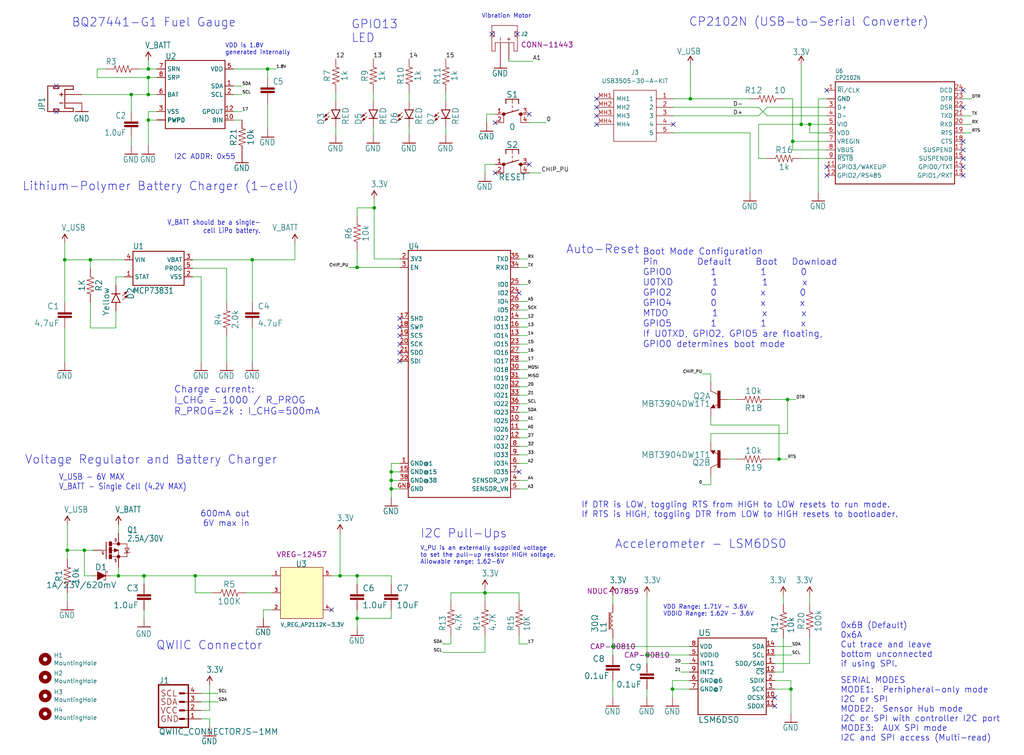
<source format=kicad_sch>
(kicad_sch (version 20211123) (generator eeschema)
  (paper "User" 305.156 225.196)
  (lib_symbols
    (symbol "Mechanical:MountingHole" (pin_names (offset 1.016))
      (property "Reference" "H" (at 0 5.08 0))
      (property "Value" "MountingHole" (at 0 3.175 0))
    )
    (symbol "SamacSys_Parts:USB3505-30-A-KIT" (pin_names (offset 0.762))
      (property "Reference" "J" (at 19.05 7.62 0))
      (property "Value" "USB3505-30-A-KIT" (at 19.05 5.08 0))
      (symbol "USB3505-30-A-KIT_0_0"
        (pin passive line (at 0 0 0) (length 5.08) (name "1") (number "1"))
        (pin passive line (at 0 -2.54 0) (length 5.08) (name "2") (number "2"))
        (pin passive line (at 0 -5.08 0) (length 5.08) (name "3") (number "3"))
        (pin passive line (at 0 -7.62 0) (length 5.08) (name "4") (number "4"))
        (pin passive line (at 0 -10.16 0) (length 5.08) (name "5") (number "5"))
        (pin passive line (at 22.86 0 180) (length 5.08) (name "MH1") (number "MH1"))
        (pin passive line (at 22.86 -2.54 180) (length 5.08) (name "MH2") (number "MH2"))
        (pin passive line (at 22.86 -5.08 180) (length 5.08) (name "MH3") (number "MH3"))
        (pin passive line (at 22.86 -7.62 180) (length 5.08) (name "MH4") (number "MH4"))
      )
    )
    (symbol "SparkFun-Capacitors:0.1UF-0603-25V-_+80_-20%_" (pin_numbers hide) (pin_names (offset 1.016) hide)
      (property "Reference" "C" (at 1.524 2.921 0))
      (property "Value" "0.1UF-0603-25V-_+80_-20%_" (at 1.524 -2.159 0))
      (property "Field4" "CAP-00810" (at 0 7.62 0))
      (symbol "0.1UF-0603-25V-_+80_-20%__1_1"
        (pin passive line (at 0 5.08 270) (length 2.54) (name "1") (number "1"))
        (pin passive line (at 0 -2.54 90) (length 2.54) (name "2") (number "2"))
      )
    )
    (symbol "SparkFun-Coils:FERRITE_BEAD-0603" (pin_numbers hide) (pin_names (offset 1.016) hide)
      (property "Reference" "FB" (at 1.27 3.81 0))
      (property "Value" "FERRITE_BEAD-0603" (at 1.27 -5.08 0))
      (property "Field4" "NDUC-07859" (at 0 8.89 0))
      (symbol "FERRITE_BEAD-0603_1_1"
        (pin passive line (at 0 5.08 270) (length 2.54) (name "1") (number "1"))
        (pin passive line (at 0 -5.08 90) (length 2.54) (name "2") (number "2"))
      )
    )
    (symbol "SparkFun-Connectors:JST_2MM_MALE" (pin_numbers hide) (pin_names (offset 1.016) hide)
      (property "Reference" "J" (at -3.81 6.35 0))
      (property "Field4" "CONN-11443" (at 0 10.16 0))
      (symbol "JST_2MM_MALE_1_1"
        (pin bidirectional line (at -1.27 -5.08 90) (length 5.08) (name "-") (number "1"))
        (pin bidirectional line (at 1.27 -5.08 90) (length 5.08) (name "+") (number "2"))
        (pin bidirectional line (at -3.81 2.54 90) (length 0) (name "PAD1") (number "NC1"))
        (pin bidirectional line (at 3.81 2.54 90) (length 0) (name "PAD2") (number "NC2"))
      )
    )
    (symbol "SparkFun-IC-Power:V_REG_AP2112K-3.3V" (pin_names (offset 1.016) hide)
      (property "Reference" "U" (at -6.35 8.89 0))
      (property "Value" "V_REG_AP2112K-3.3V" (at -6.35 -10.16 0))
      (property "Field4" "VREG-12457" (at 0 11.43 0))
      (symbol "V_REG_AP2112K-3.3V_1_1"
        (pin input line (at -8.89 5.08 0) (length 2.54) (name "IN") (number "1"))
        (pin input line (at -8.89 -5.08 0) (length 2.54) (name "GND") (number "2"))
        (pin input line (at -8.89 0 0) (length 2.54) (name "EN") (number "3"))
        (pin unspecified line (at 8.89 -5.08 180) (length 2.54) (name "NC") (number "4"))
        (pin passive line (at 8.89 5.08 180) (length 2.54) (name "OUT") (number "5"))
      )
    )
    (symbol "SparkFun-Resistors:10KOHM-0603-1_10W-1%" (pin_numbers hide) (pin_names (offset 1.016) hide)
      (property "Reference" "R" (at -5.08 1.27 0))
      (property "Value" "10KOHM-0603-1_10W-1%" (at -5.08 -3.81 0))
      (property "Field4" "RES-00824" (at 0 5.08 0))
      (symbol "10KOHM-0603-1_10W-1%_1_1"
        (pin passive line (at -5.08 0 0) (length 2.54) (name "1") (number "1"))
        (pin passive line (at 5.08 0 180) (length 2.54) (name "2") (number "2"))
      )
    )
    (symbol "Version 2-eagle-import:1.0UF-0402-16V-10%"
      (property "Reference" "C" (at 1.524 2.921 0))
      (property "Value" "1.0UF-0402-16V-10%" (at 1.524 -2.159 0))
      (symbol "1.0UF-0402-16V-10%_1_0"
        (pin passive line (at 0 5.08 270) (length 2.54) (name "1") (number "1"))
        (pin passive line (at 0 -2.54 90) (length 2.54) (name "2") (number "2"))
      )
    )
    (symbol "Version 2-eagle-import:1.0UF-0603-16V-10%-X7R"
      (property "Reference" "C" (at 1.524 2.921 0))
      (property "Value" "1.0UF-0603-16V-10%-X7R" (at 1.524 -2.159 0))
      (symbol "1.0UF-0603-16V-10%-X7R_1_0"
        (pin passive line (at 0 5.08 270) (length 2.54) (name "1") (number "1"))
        (pin passive line (at 0 -2.54 90) (length 2.54) (name "2") (number "2"))
      )
    )
    (symbol "Version 2-eagle-import:1.0UF-16V-10%(0603)"
      (property "Reference" "C" (at 1.524 2.921 0))
      (property "Value" "1.0UF-16V-10%(0603)" (at 1.524 -2.159 0))
      (symbol "1.0UF-16V-10%(0603)_1_0"
        (pin passive line (at 0 5.08 270) (length 2.54) (name "1") (number "1"))
        (pin passive line (at 0 -2.54 90) (length 2.54) (name "2") (number "2"))
      )
    )
    (symbol "Version 2-eagle-import:100KOHM-0402-1{slash}16W-1%"
      (property "Reference" "R" (at 0 1.524 0))
      (property "Value" "100KOHM-0402-1{slash}16W-1%" (at 0 -1.524 0))
      (symbol "100KOHM-0402-1{slash}16W-1%_1_0"
        (pin passive line (at -5.08 0 0) (length 2.54) (name "1") (number "1"))
        (pin passive line (at 5.08 0 180) (length 2.54) (name "2") (number "2"))
      )
    )
    (symbol "Version 2-eagle-import:100KOHM-0603-1{slash}10W-1%"
      (property "Reference" "R" (at 0 1.524 0))
      (property "Value" "100KOHM-0603-1{slash}10W-1%" (at 0 -1.524 0))
      (symbol "100KOHM-0603-1{slash}10W-1%_1_0"
        (pin passive line (at -5.08 0 0) (length 2.54) (name "1") (number "1"))
        (pin passive line (at 5.08 0 180) (length 2.54) (name "2") (number "2"))
      )
    )
    (symbol "Version 2-eagle-import:10KOHM-0603-1{slash}10W-1%"
      (property "Reference" "R" (at 0 1.524 0))
      (property "Value" "10KOHM-0603-1{slash}10W-1%" (at 0 -1.524 0))
      (symbol "10KOHM-0603-1{slash}10W-1%_1_0"
        (pin passive line (at -5.08 0 0) (length 2.54) (name "1") (number "1"))
        (pin passive line (at 5.08 0 180) (length 2.54) (name "2") (number "2"))
      )
    )
    (symbol "Version 2-eagle-import:10KOHM-1{slash}10W-1%(0603)0603"
      (property "Reference" "R" (at -3.81 1.4986 0))
      (property "Value" "10KOHM-1{slash}10W-1%(0603)0603" (at -3.81 -3.302 0))
      (symbol "10KOHM-1{slash}10W-1%(0603)0603_1_0"
        (pin passive line (at -5.08 0 0) (length 2.54) (name "1") (number "1"))
        (pin passive line (at 5.08 0 180) (length 2.54) (name "2") (number "2"))
      )
    )
    (symbol "Version 2-eagle-import:10OHM-0603-1{slash}10W-5%"
      (property "Reference" "R" (at 0 1.524 0))
      (property "Value" "10OHM-0603-1{slash}10W-5%" (at 0 -1.524 0))
      (symbol "10OHM-0603-1{slash}10W-5%_1_0"
        (pin passive line (at -5.08 0 0) (length 2.54) (name "1") (number "1"))
        (pin passive line (at 5.08 0 180) (length 2.54) (name "2") (number "2"))
      )
    )
    (symbol "Version 2-eagle-import:10UF-0603-6.3V-20%"
      (property "Reference" "C" (at 1.524 2.921 0))
      (property "Value" "10UF-0603-6.3V-20%" (at 1.524 -2.159 0))
      (symbol "10UF-0603-6.3V-20%_1_0"
        (pin passive line (at 0 5.08 270) (length 2.54) (name "1") (number "1"))
        (pin passive line (at 0 -2.54 90) (length 2.54) (name "2") (number "2"))
      )
    )
    (symbol "Version 2-eagle-import:1KOHM-0603-1{slash}10W-1%"
      (property "Reference" "R" (at 0 1.524 0))
      (property "Value" "1KOHM-0603-1{slash}10W-1%" (at 0 -1.524 0))
      (symbol "1KOHM-0603-1{slash}10W-1%_1_0"
        (pin passive line (at -5.08 0 0) (length 2.54) (name "1") (number "1"))
        (pin passive line (at 5.08 0 180) (length 2.54) (name "2") (number "2"))
      )
    )
    (symbol "Version 2-eagle-import:1KOHM-1{slash}10W-1%(0603)"
      (property "Reference" "R" (at -3.81 1.4986 0))
      (property "Value" "1KOHM-1{slash}10W-1%(0603)" (at -3.81 -3.302 0))
      (symbol "1KOHM-1{slash}10W-1%(0603)_1_0"
        (pin passive line (at -5.08 0 0) (length 2.54) (name "1") (number "1"))
        (pin passive line (at 5.08 0 180) (length 2.54) (name "2") (number "2"))
      )
    )
    (symbol "Version 2-eagle-import:2.0KOHM1{slash}10W5%(0603)"
      (property "Reference" "R" (at 0 1.524 0))
      (property "Value" "2.0KOHM1{slash}10W5%(0603)" (at 0 -1.524 0))
      (symbol "2.0KOHM1{slash}10W5%(0603)_1_0"
        (pin passive line (at -5.08 0 0) (length 2.54) (name "1") (number "1"))
        (pin passive line (at 5.08 0 180) (length 2.54) (name "2") (number "2"))
      )
    )
    (symbol "Version 2-eagle-import:3.3V" (power)
      (property "Value" "3.3V" (at 0 2.794 0))
      (symbol "3.3V_1_0"
        (pin power_in line (at 0 0 90) (length 2.54) (name "3.3V") (number "1"))
      )
    )
    (symbol "Version 2-eagle-import:4.7KOHM-1{slash}10W-1%(0603)"
      (property "Reference" "R" (at -3.81 1.4986 0))
      (property "Value" "4.7KOHM-1{slash}10W-1%(0603)" (at -3.81 -3.302 0))
      (symbol "4.7KOHM-1{slash}10W-1%(0603)_1_0"
        (pin passive line (at -5.08 0 0) (length 2.54) (name "1") (number "1"))
        (pin passive line (at 5.08 0 180) (length 2.54) (name "2") (number "2"))
      )
    )
    (symbol "Version 2-eagle-import:4.7UF0603"
      (property "Reference" "C" (at 1.524 2.921 0))
      (property "Value" "4.7UF0603" (at 1.524 -2.159 0))
      (symbol "4.7UF0603_1_0"
        (pin passive line (at 0 5.08 270) (length 2.54) (name "1") (number "1"))
        (pin passive line (at 0 -2.54 90) (length 2.54) (name "2") (number "2"))
      )
    )
    (symbol "Version 2-eagle-import:BQ27441-G1"
      (property "Reference" "U" (at -7.62 10.414 0))
      (property "Value" "BQ27441-G1" (at -7.62 -10.414 0))
      (symbol "BQ27441-G1_1_0"
        (pin bidirectional line (at 12.7 2.54 180) (length 2.54) (name "SDA") (number "1"))
        (pin bidirectional line (at 12.7 -7.62 180) (length 2.54) (name "BIN") (number "10"))
        (pin bidirectional line (at 12.7 -5.08 180) (length 2.54) (name "GPOUT") (number "12"))
        (pin bidirectional line (at 12.7 0 180) (length 2.54) (name "SCL") (number "2"))
        (pin bidirectional line (at -10.16 -5.08 0) (length 2.54) (name "VSS") (number "3"))
        (pin bidirectional line (at 12.7 7.62 180) (length 2.54) (name "VDD") (number "5"))
        (pin bidirectional line (at -10.16 0 0) (length 2.54) (name "BAT") (number "6"))
        (pin bidirectional line (at -10.16 7.62 0) (length 2.54) (name "SRN") (number "7"))
        (pin bidirectional line (at -10.16 5.08 0) (length 2.54) (name "SRP") (number "8"))
        (pin bidirectional line (at -10.16 -7.62 0) (length 2.54) (name "PWPD") (number "EP"))
        (pin bidirectional line (at -10.16 -7.62 0) (length 2.54) (name "PWPD") (number "EP1"))
        (pin bidirectional line (at -10.16 -7.62 0) (length 2.54) (name "PWPD") (number "EP2"))
        (pin bidirectional line (at -10.16 -7.62 0) (length 2.54) (name "PWPD") (number "EP3"))
        (pin bidirectional line (at -10.16 -7.62 0) (length 2.54) (name "PWPD") (number "EP4"))
      )
    )
    (symbol "Version 2-eagle-import:CAP0603-CAP"
      (property "Reference" "C" (at 1.524 2.921 0))
      (property "Value" "CAP0603-CAP" (at 1.524 -2.159 0))
      (symbol "CAP0603-CAP_1_0"
        (pin passive line (at 0 5.08 270) (length 2.54) (name "1") (number "1"))
        (pin passive line (at 0 -2.54 90) (length 2.54) (name "2") (number "2"))
      )
    )
    (symbol "Version 2-eagle-import:CP2102N"
      (property "Reference" "U" (at -17.78 17.78 0))
      (property "Value" "CP2102N" (at -17.78 15.748 0))
      (symbol "CP2102N_1_0"
        (pin bidirectional line (at -20.32 12.7 0) (length 2.54) (name "~{RI}/CLK") (number "1"))
        (pin bidirectional line (at -20.32 -10.16 0) (length 2.54) (name "GPIO3/WAKEUP") (number "11"))
        (pin bidirectional line (at -20.32 -12.7 0) (length 2.54) (name "GPIO2/RS485") (number "12"))
        (pin bidirectional line (at 20.32 -12.7 180) (length 2.54) (name "GPIO1/RXT") (number "13"))
        (pin bidirectional line (at 20.32 -10.16 180) (length 2.54) (name "GPIO0/TXT") (number "14"))
        (pin bidirectional line (at 20.32 -7.62 180) (length 2.54) (name "SUSPENDB") (number "15"))
        (pin bidirectional line (at 20.32 -5.08 180) (length 2.54) (name "SUSPEND") (number "17"))
        (pin bidirectional line (at 20.32 -2.54 180) (length 2.54) (name "CTS") (number "18"))
        (pin bidirectional line (at 20.32 0 180) (length 2.54) (name "RTS") (number "19"))
        (pin bidirectional line (at -20.32 10.16 0) (length 2.54) (name "GND") (number "2"))
        (pin bidirectional line (at 20.32 2.54 180) (length 2.54) (name "RXD") (number "20"))
        (pin bidirectional line (at 20.32 5.08 180) (length 2.54) (name "TXD") (number "21"))
        (pin bidirectional line (at 20.32 7.62 180) (length 2.54) (name "DSR") (number "22"))
        (pin bidirectional line (at 20.32 10.16 180) (length 2.54) (name "DTR") (number "23"))
        (pin bidirectional line (at 20.32 12.7 180) (length 2.54) (name "DCD") (number "24"))
        (pin bidirectional line (at -20.32 7.62 0) (length 2.54) (name "D+") (number "3"))
        (pin bidirectional line (at -20.32 5.08 0) (length 2.54) (name "D-") (number "4"))
        (pin bidirectional line (at -20.32 2.54 0) (length 2.54) (name "VIO") (number "5"))
        (pin bidirectional line (at -20.32 0 0) (length 2.54) (name "VDD") (number "6"))
        (pin bidirectional line (at -20.32 -2.54 0) (length 2.54) (name "VREGIN") (number "7"))
        (pin bidirectional line (at -20.32 -5.08 0) (length 2.54) (name "VBUS") (number "8"))
        (pin bidirectional line (at -20.32 -7.62 0) (length 2.54) (name "~{RSTB}") (number "9"))
        (pin bidirectional line (at -20.32 10.16 0) (length 2.54) (name "GND") (number "PAD"))
      )
    )
    (symbol "Version 2-eagle-import:DIODE-SCHOTTKY-BAT20J"
      (property "Reference" "D1" (at 1.778 3.5814 0))
      (property "Value" "1A/23V/620mV" (at 4.572 -1.7526 0))
      (symbol "DIODE-SCHOTTKY-BAT20J_1_0"
        (pin passive line (at 2.54 0 180) (length 0) (name "C") (number "1"))
        (pin passive line (at -2.54 0 0) (length 0) (name "A") (number "2"))
      )
    )
    (symbol "Version 2-eagle-import:ESP-WROOM-32NARROW"
      (property "Reference" "U" (at -15.24 35.814 0))
      (property "Value" "ESP-WROOM-32NARROW" (at -15.24 -38.354 0))
      (symbol "ESP-WROOM-32NARROW_1_0"
        (pin bidirectional line (at -17.78 -27.94 0) (length 2.54) (name "GND@1") (number "1"))
        (pin bidirectional line (at 17.78 -15.24 180) (length 2.54) (name "IO25") (number "10"))
        (pin bidirectional line (at 17.78 -17.78 180) (length 2.54) (name "IO26") (number "11"))
        (pin bidirectional line (at 17.78 -20.32 180) (length 2.54) (name "IO27") (number "12"))
        (pin bidirectional line (at 17.78 10.16 180) (length 2.54) (name "IO14") (number "13"))
        (pin bidirectional line (at 17.78 15.24 180) (length 2.54) (name "IO12") (number "14"))
        (pin bidirectional line (at -17.78 -30.48 0) (length 2.54) (name "GND@15") (number "15"))
        (pin bidirectional line (at 17.78 12.7 180) (length 2.54) (name "IO13") (number "16"))
        (pin bidirectional line (at -17.78 15.24 0) (length 2.54) (name "SHD") (number "17"))
        (pin bidirectional line (at -17.78 12.7 0) (length 2.54) (name "SWP") (number "18"))
        (pin bidirectional line (at -17.78 10.16 0) (length 2.54) (name "SCS") (number "19"))
        (pin bidirectional line (at -17.78 33.02 0) (length 2.54) (name "3V3") (number "2"))
        (pin bidirectional line (at -17.78 7.62 0) (length 2.54) (name "SCK") (number "20"))
        (pin bidirectional line (at -17.78 5.08 0) (length 2.54) (name "SDO") (number "21"))
        (pin bidirectional line (at -17.78 2.54 0) (length 2.54) (name "SDI") (number "22"))
        (pin bidirectional line (at 17.78 7.62 180) (length 2.54) (name "IO15") (number "23"))
        (pin bidirectional line (at 17.78 22.86 180) (length 2.54) (name "IO2") (number "24"))
        (pin bidirectional line (at 17.78 25.4 180) (length 2.54) (name "IO0") (number "25"))
        (pin bidirectional line (at 17.78 20.32 180) (length 2.54) (name "IO4") (number "26"))
        (pin bidirectional line (at 17.78 5.08 180) (length 2.54) (name "IO16") (number "27"))
        (pin bidirectional line (at 17.78 2.54 180) (length 2.54) (name "IO17") (number "28"))
        (pin bidirectional line (at 17.78 17.78 180) (length 2.54) (name "IO5") (number "29"))
        (pin bidirectional line (at -17.78 30.48 0) (length 2.54) (name "EN") (number "3"))
        (pin bidirectional line (at 17.78 0 180) (length 2.54) (name "IO18") (number "30"))
        (pin bidirectional line (at 17.78 -2.54 180) (length 2.54) (name "IO19") (number "31"))
        (pin bidirectional line (at 17.78 -5.08 180) (length 2.54) (name "IO20") (number "32"))
        (pin bidirectional line (at 17.78 -7.62 180) (length 2.54) (name "IO21") (number "33"))
        (pin bidirectional line (at 17.78 30.48 180) (length 2.54) (name "RXD") (number "34"))
        (pin bidirectional line (at 17.78 33.02 180) (length 2.54) (name "TXD") (number "35"))
        (pin bidirectional line (at 17.78 -10.16 180) (length 2.54) (name "IO22") (number "36"))
        (pin bidirectional line (at 17.78 -12.7 180) (length 2.54) (name "IO23") (number "37"))
        (pin bidirectional line (at -17.78 -33.02 0) (length 2.54) (name "GND@38") (number "38"))
        (pin bidirectional line (at 17.78 -33.02 180) (length 2.54) (name "SENSOR_VP") (number "4"))
        (pin bidirectional line (at 17.78 -35.56 180) (length 2.54) (name "SENSOR_VN") (number "5"))
        (pin bidirectional line (at 17.78 -27.94 180) (length 2.54) (name "IO34") (number "6"))
        (pin bidirectional line (at 17.78 -30.48 180) (length 2.54) (name "IO35") (number "7"))
        (pin bidirectional line (at 17.78 -22.86 180) (length 2.54) (name "IO32") (number "8"))
        (pin bidirectional line (at 17.78 -25.4 180) (length 2.54) (name "IO33") (number "9"))
        (pin bidirectional line (at -17.78 -35.56 0) (length 2.54) (name "GND") (number "GND"))
      )
    )
    (symbol "Version 2-eagle-import:GND" (power)
      (property "Value" "GND" (at -2.54 -2.54 0))
      (symbol "GND_1_0"
        (pin power_in line (at 0 2.54 270) (length 2.54) (name "GND") (number "1"))
      )
    )
    (symbol "Version 2-eagle-import:JST_2MM_MALE"
      (property "Reference" "JP" (at -2.54 5.842 0))
      (symbol "JST_2MM_MALE_1_0"
        (pin bidirectional line (at 0 -5.08 90) (length 5.08) (name "-") (number "1"))
        (pin bidirectional line (at 2.54 -5.08 90) (length 5.08) (name "+") (number "2"))
        (pin bidirectional line (at -2.54 2.54 90) (length 0) (name "PAD1") (number "NC1"))
        (pin bidirectional line (at 5.08 2.54 90) (length 0) (name "PAD2") (number "NC2"))
      )
    )
    (symbol "Version 2-eagle-import:LED-RED0603"
      (property "Reference" "D" (at 3.556 -4.572 90))
      (property "Value" "LED-RED0603" (at 5.715 -4.572 90))
      (symbol "LED-RED0603_1_0"
        (pin passive line (at 0 2.54 270) (length 2.54) (name "A") (number "A"))
        (pin passive line (at 0 -5.08 90) (length 2.54) (name "C") (number "C"))
      )
    )
    (symbol "Version 2-eagle-import:LED-YELLOW0603"
      (property "Reference" "D" (at -3.429 -4.572 90))
      (property "Value" "LED-YELLOW0603" (at 1.905 -4.572 90))
      (symbol "LED-YELLOW0603_1_0"
        (pin passive line (at 0 2.54 270) (length 2.54) (name "A") (number "A"))
        (pin passive line (at 0 -5.08 90) (length 2.54) (name "C") (number "C"))
      )
    )
    (symbol "Version 2-eagle-import:LSM6DS0"
      (property "Reference" "U" (at -10.16 13.208 0))
      (property "Value" "LSM6DS0" (at -10.16 -12.7 0))
      (symbol "LSM6DS0_1_0"
        (pin bidirectional line (at 12.7 5.08 180) (length 2.54) (name "SDO/SA0") (number "1"))
        (pin bidirectional line (at 12.7 -5.08 180) (length 2.54) (name "OCSX") (number "10"))
        (pin bidirectional line (at 12.7 -7.62 180) (length 2.54) (name "SDOX") (number "11"))
        (pin bidirectional line (at 12.7 2.54 180) (length 2.54) (name "~{CS}") (number "12"))
        (pin bidirectional line (at 12.7 7.62 180) (length 2.54) (name "SCL") (number "13"))
        (pin bidirectional line (at 12.7 10.16 180) (length 2.54) (name "SDA") (number "14"))
        (pin bidirectional line (at 12.7 0 180) (length 2.54) (name "SDIX") (number "2"))
        (pin bidirectional line (at 12.7 -2.54 180) (length 2.54) (name "SCX") (number "3"))
        (pin bidirectional line (at -12.7 5.08 0) (length 2.54) (name "INT1") (number "4"))
        (pin bidirectional line (at -12.7 7.62 0) (length 2.54) (name "VDDIO") (number "5"))
        (pin bidirectional line (at -12.7 0 0) (length 2.54) (name "GND@6") (number "6"))
        (pin bidirectional line (at -12.7 -2.54 0) (length 2.54) (name "GND@7") (number "7"))
        (pin bidirectional line (at -12.7 10.16 0) (length 2.54) (name "VDD") (number "8"))
        (pin bidirectional line (at -12.7 2.54 0) (length 2.54) (name "INT2") (number "9"))
      )
    )
    (symbol "Version 2-eagle-import:MCP73831"
      (property "Reference" "U" (at -7.62 5.588 0))
      (property "Value" "MCP73831" (at -7.62 -7.62 0))
      (symbol "MCP73831_1_0"
        (pin output line (at -10.16 -2.54 0) (length 2.54) (name "STAT") (number "1"))
        (pin power_in line (at 10.16 -2.54 180) (length 2.54) (name "VSS") (number "2"))
        (pin power_in line (at 10.16 2.54 180) (length 2.54) (name "VBAT") (number "3"))
        (pin power_in line (at -10.16 2.54 0) (length 2.54) (name "VIN") (number "4"))
        (pin input line (at 10.16 0 180) (length 2.54) (name "PROG") (number "5"))
      )
    )
    (symbol "Version 2-eagle-import:MOMENTARY-SWITCH-SPST-2-SMD-4.6X2.8MM"
      (property "Reference" "S" (at 0 4.826 0))
      (property "Value" "MOMENTARY-SWITCH-SPST-2-SMD-4.6X2.8MM" (at 0 -2.794 0))
      (symbol "MOMENTARY-SWITCH-SPST-2-SMD-4.6X2.8MM_1_0"
        (pin passive line (at -5.08 0 0) (length 2.54) (name "1") (number "1"))
        (pin passive line (at -5.08 -2.54 0) (length 2.54) (name "2") (number "2"))
        (pin passive line (at 5.08 0 180) (length 2.54) (name "3") (number "3"))
        (pin passive line (at 5.08 -2.54 180) (length 2.54) (name "4") (number "4"))
      )
    )
    (symbol "Version 2-eagle-import:MOSFET-PCHANNELDMG2307L"
      (property "Reference" "Q" (at 5.08 2.54 0))
      (property "Value" "MOSFET-PCHANNELDMG2307L" (at 5.08 0 0))
      (symbol "MOSFET-PCHANNELDMG2307L_1_0"
        (text "D" (at -1.27 2.54 0) (effects (font (size 0.8128 0.6908)) (justify left bottom)))
        (text "G" (at -5.08 -1.27 0) (effects (font (size 0.8128 0.6908)) (justify left bottom)))
        (text "S" (at -1.27 -3.556 0) (effects (font (size 0.8128 0.6908)) (justify left bottom)))
        (pin passive line (at -7.62 0 0) (length 2.54) (name "G") (number "1"))
        (pin passive line (at 0 -5.08 90) (length 2.54) (name "S") (number "2"))
        (pin passive line (at 0 5.08 270) (length 2.54) (name "D") (number "3"))
      )
    )
    (symbol "Version 2-eagle-import:QWIIC_CONNECTORJS-1MM"
      (property "Reference" "J" (at -5.08 7.874 0))
      (property "Value" "QWIIC_CONNECTORJS-1MM" (at -5.08 -5.334 0))
      (symbol "QWIIC_CONNECTORJS-1MM_1_0"
        (text "GND" (at -4.572 -2.54 0) (effects (font (size 1.778 1.778)) (justify left)))
        (text "SCL" (at -4.572 5.08 0) (effects (font (size 1.778 1.778)) (justify left)))
        (text "SDA" (at -4.572 2.54 0) (effects (font (size 1.778 1.778)) (justify left)))
        (text "VCC" (at -4.572 0 0) (effects (font (size 1.778 1.778)) (justify left)))
        (pin power_in line (at 7.62 -2.54 180) (length 5.08) (name "1") (number "1"))
        (pin power_in line (at 7.62 0 180) (length 5.08) (name "2") (number "2"))
        (pin passive line (at 7.62 2.54 180) (length 5.08) (name "3") (number "3"))
        (pin passive line (at 7.62 5.08 180) (length 5.08) (name "4") (number "4"))
      )
    )
    (symbol "Version 2-eagle-import:RESISTOR1206"
      (property "Reference" "R" (at -3.81 1.4986 0))
      (property "Value" "RESISTOR1206" (at -3.81 -3.302 0))
      (symbol "RESISTOR1206_1_0"
        (pin passive line (at -5.08 0 0) (length 2.54) (name "1") (number "1"))
        (pin passive line (at 5.08 0 180) (length 2.54) (name "2") (number "2"))
      )
    )
    (symbol "Version 2-eagle-import:TRANS_NPN_DUAL-MBT3904DW1T1"
      (property "Reference" "Q" (at 2.54 0 0))
      (property "Value" "TRANS_NPN_DUAL-MBT3904DW1T1" (at 2.54 -2.286 0))
      (symbol "TRANS_NPN_DUAL-MBT3904DW1T1_1_0"
        (pin passive line (at 2.54 5.08 270) (length 2.54) (name "C") (number "3"))
        (pin passive line (at 2.54 -5.08 90) (length 2.54) (name "E") (number "4"))
        (pin passive line (at -2.54 0 0) (length 2.54) (name "B") (number "5"))
      )
      (symbol "TRANS_NPN_DUAL-MBT3904DW1T1_2_0"
        (pin passive line (at 2.54 -5.08 90) (length 2.54) (name "E") (number "1"))
        (pin passive line (at -2.54 0 0) (length 2.54) (name "B") (number "2"))
        (pin passive line (at 2.54 5.08 270) (length 2.54) (name "C") (number "6"))
      )
    )
    (symbol "Version 2-eagle-import:V_BATT" (power)
      (property "Value" "V_BATT" (at -1.016 3.556 0))
      (symbol "V_BATT_1_0"
        (pin power_in line (at 0 0 90) (length 2.54) (name "V_BATT") (number "1"))
      )
    )
    (symbol "Version 2-eagle-import:V_USB" (power)
      (property "Value" "V_USB" (at -1.016 3.556 0))
      (symbol "V_USB_1_0"
        (pin power_in line (at 0 0 90) (length 2.54) (name "V_USB") (number "1"))
      )
    )
  )
  (junction (at 234.696 119.126))
  (junction (at 42.926 171.704))
  (junction (at 116.586 140.716))
  (junction (at 79.756 20.574))
  (junction (at 19.304 77.47))
  (junction (at 106.426 171.704))
  (junction (at 35.306 171.704))
  (junction (at 20.066 164.084))
  (junction (at 192.786 195.326))
  (junction (at 101.346 171.704))
  (junction (at 235.712 205.486))
  (junction (at 44.196 23.114))
  (junction (at 75.184 77.47))
  (junction (at 241.3 37.084))
  (junction (at 144.526 176.784))
  (junction (at 26.924 77.47))
  (junction (at 238.76 37.084))
  (junction (at 116.586 145.796))
  (junction (at 182.626 192.786))
  (junction (at 106.426 184.404))
  (junction (at 58.166 171.704))
  (junction (at 205.74 29.464))
  (junction (at 232.156 136.906))
  (junction (at 44.196 35.814))
  (junction (at 200.406 205.486))
  (junction (at 116.586 143.256))
  (junction (at 236.22 42.164))
  (junction (at 44.196 28.194))
  (junction (at 39.116 28.194))
  (junction (at 106.426 79.756))
  (junction (at 25.146 164.084))
  (junction (at 44.196 20.574))
  (junction (at 111.506 61.976))
  (no_connect (at 119.126 97.536))
  (no_connect (at 200.66 37.084))
  (no_connect (at 287.02 49.784))
  (no_connect (at 246.38 26.924))
  (no_connect (at 119.126 105.156))
  (no_connect (at 147.574 36.576))
  (no_connect (at 154.686 87.376))
  (no_connect (at 119.126 107.696))
  (no_connect (at 98.806 181.864))
  (no_connect (at 157.734 34.036))
  (no_connect (at 16.764 33.274))
  (no_connect (at 16.764 25.654))
  (no_connect (at 146.558 10.16))
  (no_connect (at 154.178 10.16))
  (no_connect (at 287.02 52.324))
  (no_connect (at 287.02 47.244))
  (no_connect (at 119.126 94.996))
  (no_connect (at 287.02 26.924))
  (no_connect (at 230.886 210.566))
  (no_connect (at 230.886 208.026))
  (no_connect (at 119.126 102.616))
  (no_connect (at 287.02 42.164))
  (no_connect (at 177.8 29.464))
  (no_connect (at 177.8 32.004))
  (no_connect (at 177.8 34.544))
  (no_connect (at 177.8 37.084))
  (no_connect (at 246.38 49.784))
  (no_connect (at 287.02 44.704))
  (no_connect (at 157.734 49.022))
  (no_connect (at 147.574 51.562))
  (no_connect (at 154.686 140.716))
  (no_connect (at 246.38 52.324))
  (no_connect (at 119.126 100.076))
  (no_connect (at 287.02 32.004))
  (wire (pts (xy 211.836 111.506) (xy 209.296 111.506)))
  (wire (pts (xy 230.886 195.326) (xy 235.966 195.326)))
  (wire (pts (xy 106.426 186.944) (xy 106.426 184.404)))
  (wire (pts (xy 34.544 82.55) (xy 37.084 82.55)))
  (wire (pts (xy 62.484 214.376) (xy 62.484 216.916)))
  (wire (pts (xy 205.486 200.406) (xy 202.946 200.406)))
  (wire (pts (xy 205.486 205.486) (xy 200.406 205.486)))
  (wire (pts (xy 233.426 200.406) (xy 233.426 190.246)))
  (wire (pts (xy 106.426 171.704) (xy 106.426 174.244)))
  (wire (pts (xy 154.686 145.796) (xy 157.226 145.796)))
  (wire (pts (xy 236.22 44.704) (xy 236.22 42.164)))
  (wire (pts (xy 154.686 97.536) (xy 157.226 97.536)))
  (wire (pts (xy 154.686 77.216) (xy 157.226 77.216)))
  (wire (pts (xy 101.346 171.704) (xy 101.346 159.004)))
  (wire (pts (xy 145.034 34.036) (xy 145.034 36.576)))
  (wire (pts (xy 59.944 209.296) (xy 65.024 209.296)))
  (wire (pts (xy 26.924 80.01) (xy 26.924 77.47)))
  (wire (pts (xy 232.156 136.906) (xy 234.696 136.906)))
  (wire (pts (xy 236.22 42.164) (xy 246.38 42.164)))
  (wire (pts (xy 111.506 77.216) (xy 119.126 77.216)))
  (wire (pts (xy 246.38 44.704) (xy 236.22 44.704)))
  (wire (pts (xy 59.944 82.55) (xy 59.944 107.95)))
  (wire (pts (xy 25.146 164.084) (xy 25.146 171.704)))
  (wire (pts (xy 211.836 144.526) (xy 211.836 141.986)))
  (wire (pts (xy 35.306 171.704) (xy 42.926 171.704)))
  (wire (pts (xy 241.3 37.084) (xy 246.38 37.084)))
  (wire (pts (xy 46.736 20.574) (xy 44.196 20.574)))
  (wire (pts (xy 44.196 23.114) (xy 28.956 23.114)))
  (wire (pts (xy 154.686 117.856) (xy 157.226 117.856)))
  (wire (pts (xy 154.686 143.256) (xy 157.226 143.256)))
  (wire (pts (xy 230.886 192.786) (xy 235.966 192.786)))
  (wire (pts (xy 75.184 107.95) (xy 75.184 97.79)))
  (wire (pts (xy 34.544 97.79) (xy 26.924 97.79)))
  (wire (pts (xy 25.146 171.704) (xy 27.686 171.704)))
  (wire (pts (xy 34.544 82.55) (xy 34.544 85.09)))
  (wire (pts (xy 154.686 179.324) (xy 154.686 176.784)))
  (wire (pts (xy 243.84 57.404) (xy 243.84 29.464)))
  (wire (pts (xy 246.38 39.624) (xy 241.3 39.624)))
  (wire (pts (xy 81.026 171.704) (xy 58.166 171.704)))
  (wire (pts (xy 42.926 181.864) (xy 42.926 184.404)))
  (wire (pts (xy 226.06 32.004) (xy 200.66 32.004)))
  (wire (pts (xy 106.426 79.756) (xy 106.426 74.676)))
  (wire (pts (xy 154.686 92.456) (xy 157.226 92.456)))
  (wire (pts (xy 235.712 202.946) (xy 235.712 205.486)))
  (wire (pts (xy 287.02 37.084) (xy 289.56 37.084)))
  (wire (pts (xy 24.384 28.194) (xy 39.116 28.194)))
  (wire (pts (xy 228.6 32.004) (xy 246.38 32.004)))
  (wire (pts (xy 144.526 51.562) (xy 144.526 49.022)))
  (wire (pts (xy 87.884 77.47) (xy 75.184 77.47)))
  (wire (pts (xy 32.766 171.704) (xy 35.306 171.704)))
  (wire (pts (xy 46.736 35.814) (xy 44.196 35.814)))
  (wire (pts (xy 67.564 80.01) (xy 67.564 90.17)))
  (wire (pts (xy 219.456 136.906) (xy 216.916 136.906)))
  (wire (pts (xy 119.126 143.256) (xy 116.586 143.256)))
  (wire (pts (xy 116.586 143.256) (xy 116.586 145.796)))
  (wire (pts (xy 106.426 184.404) (xy 116.586 184.404)))
  (wire (pts (xy 157.734 36.576) (xy 162.814 36.576)))
  (wire (pts (xy 69.596 28.194) (xy 72.136 28.194)))
  (wire (pts (xy 182.626 192.786) (xy 205.486 192.786)))
  (wire (pts (xy 134.366 176.784) (xy 144.526 176.784)))
  (wire (pts (xy 144.526 194.564) (xy 131.826 194.564)))
  (wire (pts (xy 20.066 166.624) (xy 20.066 164.084)))
  (wire (pts (xy 101.346 171.704) (xy 106.426 171.704)))
  (wire (pts (xy 20.066 179.324) (xy 20.066 176.784)))
  (wire (pts (xy 42.926 171.704) (xy 58.166 171.704)))
  (wire (pts (xy 154.686 138.176) (xy 157.226 138.176)))
  (wire (pts (xy 232.156 136.906) (xy 232.156 126.746)))
  (wire (pts (xy 67.564 100.33) (xy 67.564 107.95)))
  (wire (pts (xy 230.886 205.486) (xy 235.712 205.486)))
  (wire (pts (xy 144.526 189.484) (xy 144.526 194.564)))
  (wire (pts (xy 119.126 140.716) (xy 116.586 140.716)))
  (wire (pts (xy 100.076 37.846) (xy 100.076 40.132)))
  (wire (pts (xy 134.366 192.024) (xy 131.826 192.024)))
  (wire (pts (xy 238.76 19.304) (xy 238.76 37.084)))
  (wire (pts (xy 119.126 138.176) (xy 116.586 138.176)))
  (wire (pts (xy 35.306 156.464) (xy 35.306 159.004)))
  (wire (pts (xy 106.426 184.404) (xy 106.426 181.864)))
  (wire (pts (xy 111.506 61.976) (xy 106.426 61.976)))
  (wire (pts (xy 144.526 176.784) (xy 154.686 176.784)))
  (wire (pts (xy 59.944 214.376) (xy 62.484 214.376)))
  (wire (pts (xy 57.404 82.55) (xy 59.944 82.55)))
  (wire (pts (xy 34.544 92.71) (xy 34.544 97.79)))
  (wire (pts (xy 233.426 177.546) (xy 233.426 180.086)))
  (wire (pts (xy 19.304 107.95) (xy 19.304 97.79)))
  (wire (pts (xy 44.196 35.814) (xy 44.196 43.434)))
  (wire (pts (xy 241.3 190.246) (xy 241.3 197.866)))
  (wire (pts (xy 79.756 38.354) (xy 79.756 30.734)))
  (wire (pts (xy 69.596 25.654) (xy 72.136 25.654)))
  (wire (pts (xy 226.06 37.084) (xy 238.76 37.084)))
  (wire (pts (xy 154.686 135.636) (xy 157.226 135.636)))
  (wire (pts (xy 144.526 49.022) (xy 147.574 49.022)))
  (wire (pts (xy 202.946 197.866) (xy 205.486 197.866)))
  (wire (pts (xy 287.02 39.624) (xy 289.56 39.624)))
  (wire (pts (xy 69.596 20.574) (xy 79.756 20.574)))
  (wire (pts (xy 154.686 100.076) (xy 157.226 100.076)))
  (wire (pts (xy 57.404 80.01) (xy 67.564 80.01)))
  (wire (pts (xy 154.686 112.776) (xy 157.226 112.776)))
  (wire (pts (xy 116.586 138.176) (xy 116.586 140.716)))
  (wire (pts (xy 132.842 37.846) (xy 132.842 40.132)))
  (wire (pts (xy 59.944 206.756) (xy 65.024 206.756)))
  (wire (pts (xy 228.6 34.544) (xy 246.38 34.544)))
  (wire (pts (xy 121.92 37.846) (xy 121.92 40.132)))
  (wire (pts (xy 154.686 122.936) (xy 157.226 122.936)))
  (wire (pts (xy 205.486 195.326) (xy 192.786 195.326)))
  (wire (pts (xy 116.586 145.796) (xy 116.586 148.336)))
  (wire (pts (xy 205.74 29.464) (xy 200.66 29.464)))
  (wire (pts (xy 144.526 175.514) (xy 144.526 176.784)))
  (wire (pts (xy 154.686 189.484) (xy 154.686 192.024)))
  (wire (pts (xy 106.426 79.756) (xy 103.886 79.756)))
  (wire (pts (xy 46.736 23.114) (xy 44.196 23.114)))
  (wire (pts (xy 44.196 28.194) (xy 46.736 28.194)))
  (wire (pts (xy 219.456 119.126) (xy 216.916 119.126)))
  (wire (pts (xy 226.06 34.544) (xy 200.66 34.544)))
  (wire (pts (xy 230.886 200.406) (xy 233.426 200.406)))
  (wire (pts (xy 154.686 125.476) (xy 157.226 125.476)))
  (wire (pts (xy 100.076 27.686) (xy 100.076 30.226)))
  (wire (pts (xy 116.586 140.716) (xy 116.586 143.256)))
  (wire (pts (xy 151.638 18.288) (xy 158.75 18.288)))
  (wire (pts (xy 200.406 208.026) (xy 200.406 205.486)))
  (wire (pts (xy 182.626 208.026) (xy 182.626 202.946)))
  (wire (pts (xy 79.756 20.574) (xy 79.756 23.114)))
  (wire (pts (xy 25.146 164.084) (xy 20.066 164.084)))
  (wire (pts (xy 154.686 89.916) (xy 157.226 89.916)))
  (wire (pts (xy 154.686 94.996) (xy 157.226 94.996)))
  (wire (pts (xy 44.196 28.194) (xy 39.116 28.194)))
  (wire (pts (xy 44.196 20.574) (xy 44.196 18.034)))
  (wire (pts (xy 154.686 128.016) (xy 157.226 128.016)))
  (wire (pts (xy 42.926 174.244) (xy 42.926 171.704)))
  (wire (pts (xy 44.196 23.114) (xy 44.196 28.194)))
  (wire (pts (xy 223.52 29.464) (xy 205.74 29.464)))
  (wire (pts (xy 192.786 208.026) (xy 192.786 205.486)))
  (wire (pts (xy 28.956 20.574) (xy 31.496 20.574)))
  (wire (pts (xy 182.626 180.086) (xy 182.626 177.546)))
  (wire (pts (xy 35.306 169.164) (xy 35.306 171.704)))
  (wire (pts (xy 19.304 77.47) (xy 19.304 90.17)))
  (wire (pts (xy 44.196 20.574) (xy 41.656 20.574)))
  (wire (pts (xy 234.696 119.126) (xy 237.236 119.126)))
  (wire (pts (xy 192.786 195.326) (xy 192.786 177.546)))
  (wire (pts (xy 154.686 133.096) (xy 157.226 133.096)))
  (wire (pts (xy 119.126 145.796) (xy 116.586 145.796)))
  (wire (pts (xy 238.76 47.244) (xy 246.38 47.244)))
  (wire (pts (xy 73.406 176.784) (xy 81.026 176.784)))
  (wire (pts (xy 78.486 181.864) (xy 78.486 184.404)))
  (wire (pts (xy 241.3 39.624) (xy 241.3 37.084)))
  (wire (pts (xy 154.686 105.156) (xy 157.226 105.156)))
  (wire (pts (xy 27.686 164.084) (xy 25.146 164.084)))
  (wire (pts (xy 154.686 120.396) (xy 157.226 120.396)))
  (wire (pts (xy 226.06 32.004) (xy 228.6 34.544)))
  (wire (pts (xy 211.836 131.826) (xy 211.836 129.286)))
  (wire (pts (xy 82.296 20.574) (xy 79.756 20.574)))
  (wire (pts (xy 132.842 27.686) (xy 132.842 30.226)))
  (wire (pts (xy 134.366 176.784) (xy 134.366 179.324)))
  (wire (pts (xy 46.736 33.274) (xy 44.196 33.274)))
  (wire (pts (xy 200.406 202.946) (xy 205.486 202.946)))
  (wire (pts (xy 235.712 205.486) (xy 235.712 212.852)))
  (wire (pts (xy 226.06 47.244) (xy 226.06 37.084)))
  (wire (pts (xy 63.246 176.784) (xy 58.166 176.784)))
  (wire (pts (xy 233.68 29.464) (xy 236.22 29.464)))
  (wire (pts (xy 59.944 211.836) (xy 62.484 211.836)))
  (wire (pts (xy 161.29 51.562) (xy 157.734 51.562)))
  (wire (pts (xy 106.426 171.704) (xy 116.586 171.704)))
  (wire (pts (xy 39.116 33.274) (xy 39.116 28.194)))
  (wire (pts (xy 226.06 34.544) (xy 228.6 32.004)))
  (wire (pts (xy 241.3 197.866) (xy 230.886 197.866)))
  (wire (pts (xy 154.686 115.316) (xy 157.226 115.316)))
  (wire (pts (xy 98.806 171.704) (xy 101.346 171.704)))
  (wire (pts (xy 26.924 77.47) (xy 19.304 77.47)))
  (wire (pts (xy 58.166 176.784) (xy 58.166 171.704)))
  (wire (pts (xy 69.596 35.814) (xy 72.136 35.814)))
  (wire (pts (xy 116.586 184.404) (xy 116.586 181.864)))
  (wire (pts (xy 234.696 129.286) (xy 234.696 119.126)))
  (wire (pts (xy 154.686 84.836) (xy 157.226 84.836)))
  (wire (pts (xy 182.626 195.326) (xy 182.626 192.786)))
  (wire (pts (xy 211.836 114.046) (xy 211.836 111.506)))
  (wire (pts (xy 28.956 23.114) (xy 28.956 20.574)))
  (wire (pts (xy 243.84 29.464) (xy 246.38 29.464)))
  (wire (pts (xy 87.884 77.47) (xy 87.884 72.39)))
  (wire (pts (xy 154.686 79.756) (xy 157.226 79.756)))
  (wire (pts (xy 111.506 59.436) (xy 111.506 61.976)))
  (wire (pts (xy 154.686 107.696) (xy 157.226 107.696)))
  (wire (pts (xy 205.74 29.464) (xy 205.74 19.304)))
  (wire (pts (xy 119.126 79.756) (xy 106.426 79.756)))
  (wire (pts (xy 200.406 205.486) (xy 200.406 202.946)))
  (wire (pts (xy 144.526 179.324) (xy 144.526 176.784)))
  (wire (pts (xy 154.686 102.616) (xy 157.226 102.616)))
  (wire (pts (xy 121.92 27.686) (xy 121.92 30.226)))
  (wire (pts (xy 211.836 126.746) (xy 211.836 124.206)))
  (wire (pts (xy 111.252 37.846) (xy 111.252 40.132)))
  (wire (pts (xy 228.6 47.244) (xy 226.06 47.244)))
  (wire (pts (xy 229.616 136.906) (xy 232.156 136.906)))
  (wire (pts (xy 151.638 17.78) (xy 151.638 18.288)))
  (wire (pts (xy 230.886 202.946) (xy 235.712 202.946)))
  (wire (pts (xy 37.084 77.47) (xy 26.924 77.47)))
  (wire (pts (xy 44.196 33.274) (xy 44.196 35.814)))
  (wire (pts (xy 116.586 171.704) (xy 116.586 174.244)))
  (wire (pts (xy 229.616 119.126) (xy 234.696 119.126)))
  (wire (pts (xy 154.686 192.024) (xy 157.226 192.024)))
  (wire (pts (xy 154.686 130.556) (xy 157.226 130.556)))
  (wire (pts (xy 106.426 61.976) (xy 106.426 64.516)))
  (wire (pts (xy 39.116 43.434) (xy 39.116 40.894)))
  (wire (pts (xy 19.304 77.47) (xy 19.304 72.39)))
  (wire (pts (xy 232.156 126.746) (xy 211.836 126.746)))
  (wire (pts (xy 200.66 39.624) (xy 223.52 39.624)))
  (wire (pts (xy 26.924 97.79) (xy 26.924 90.17)))
  (wire (pts (xy 111.506 61.976) (xy 111.506 77.216)))
  (wire (pts (xy 236.22 29.464) (xy 236.22 42.164)))
  (wire (pts (xy 241.3 177.546) (xy 241.3 180.086)))
  (wire (pts (xy 111.252 27.686) (xy 111.252 30.226)))
  (wire (pts (xy 192.786 197.866) (xy 192.786 195.326)))
  (wire (pts (xy 62.484 211.836) (xy 62.484 204.216)))
  (wire (pts (xy 69.596 33.274) (xy 72.136 33.274)))
  (wire (pts (xy 211.836 144.526) (xy 209.296 144.526)))
  (wire (pts (xy 238.76 37.084) (xy 241.3 37.084)))
  (wire (pts (xy 75.184 77.47) (xy 57.404 77.47)))
  (wire (pts (xy 20.066 156.464) (xy 20.066 164.084)))
  (wire (pts (xy 287.02 29.464) (xy 289.56 29.464)))
  (wire (pts (xy 211.836 129.286) (xy 234.696 129.286)))
  (wire (pts (xy 287.02 34.544) (xy 289.56 34.544)))
  (wire (pts (xy 81.026 181.864) (xy 78.486 181.864)))
  (wire (pts (xy 154.686 110.236) (xy 157.226 110.236)))
  (wire (pts (xy 223.52 39.624) (xy 223.52 57.404)))
  (wire (pts (xy 75.184 90.17) (xy 75.184 77.47)))
  (wire (pts (xy 147.574 34.036) (xy 145.034 34.036)))
  (wire (pts (xy 134.366 189.484) (xy 134.366 192.024)))
  (wire (pts (xy 182.626 190.246) (xy 182.626 192.786)))
  (text "GPIO13 \nLED" (at 104.648 12.954 180) (effects (font (size 2.54 2.54)) (justify left bottom)))
  (text "I2C ADDR: 0x55" (at 51.816 45.974 180) (effects (font (size 1.524 1.524)) (justify left top)))
  (text "VDD Range: 1.71V - 3.6V\nVDDIO Range: 1.62V - 3.6V" (at 197.612 183.896 180) (effects (font (size 1.27 1.27)) (justify left bottom)))
  (text "V_PU is an externally supplied voltage\nto set the pull-up resistor HIGH voltage.\nAllowable range: 1.62-6V" (at 125.222 162.814 0) (effects (font (size 1.27 1.27)) (justify left top)))
  (text "VDD is 1.8V\ngenerated internally" (at 67.056 12.954 180) (effects (font (size 1.27 1.27)) (justify left top)))
  (text "SERIAL MODES\nMODE1:  Perhipheral-only mode\nI2C or SPI\nMODE2:  Sensor Hub mode\nI2C or SPI with controller I2C port\nMODE3:  AUX SPI mode\nI2C and SPI access (Multi-read)" (at 250.444 201.93 0) (effects (font (size 1.778 1.778)) (justify left top)))
  (text "Boot Mode Configuration\nPin        Default     Boot   Download\nGPIO0        1         1       0\nU0TXD        1         1       x\nGPIO2        0         x       0\nGPIO4        0         x       x\nMTDO         1         x       x\nGPIO5        1         1       x\nIf U0TXD, GPIO2, GPIO5 are floating,\nGPIO0 determines boot mode" (at 191.516 103.886 0) (effects (font (size 1.905 1.905)) (justify left bottom)))
  (text "Auto-Reset" (at 168.656 75.946 180) (effects (font (size 2.54 2.54)) (justify left bottom)))
  (text "Vibration Motor" (at 143.51 5.588 0) (effects (font (size 1.27 1.27)) (justify left bottom)))
  (text "QWIIC Connector" (at 46.482 194.056 180) (effects (font (size 2.54 2.54)) (justify left bottom)))
  (text "I2C Pull-Ups" (at 125.222 157.734 180) (effects (font (size 2.54 2.54)) (justify left top)))
  (text "600mA out\n6V max in" (at 74.422 157.226 180) (effects (font (size 1.778 1.778)) (justify right bottom)))
  (text "CP2102N (USB-to-Serial Converter)" (at 205.232 8.128 180) (effects (font (size 2.54 2.54)) (justify left bottom)))
  (text "Charge current:\nI_CHG = 1000 / R_PROG\nR_PROG=2k : I_CHG=500mA" (at 51.816 115.062 0) (effects (font (size 2.032 2.032)) (justify left top)))
  (text "V_USB - 6V MAX\nV_BATT - Single Cell (4.2V MAX)" (at 17.526 146.304 180) (effects (font (size 1.778 1.5113)) (justify left bottom)))
  (text "If DTR is LOW, toggling RTS from HIGH to LOW resets to run mode.\nIf RTS is HIGH, toggling DTR from LOW to HIGH resets to bootloader." (at 173.228 149.606 0) (effects (font (size 1.778 1.778)) (justify left top)))
  (text "BQ27441-G1 Fuel Gauge" (at 21.336 5.334 180) (effects (font (size 2.54 2.54)) (justify left top)))
  (text "Lithium-Polymer Battery Charger (1-cell)" (at 6.604 57.15 180) (effects (font (size 2.54 2.54)) (justify left bottom)))
  (text "Accelerometer - LSM6DS0" (at 234.442 163.83 180) (effects (font (size 2.54 2.54)) (justify right bottom)))
  (text "V_BATT should be a single-\ncell LiPo battery." (at 77.724 69.85 180) (effects (font (size 1.524 1.2954)) (justify right bottom)))
  (text "Voltage Regulator and Battery Charger" (at 7.366 138.684 180) (effects (font (size 2.54 2.54)) (justify left bottom)))
  (text "0x6B (Default)\n0x6A\nCut trace and leave\nbottom unconnected\nif using SPI." (at 250.444 199.136 0) (effects (font (size 1.778 1.778)) (justify left bottom)))
  (label "1.8V" (at 82.296 20.574 0) (effects (font (size 0.889 0.889))))
  (label "14" (at 157.226 100.076 0) (effects (font (size 0.889 0.889))))
  (label "A5" (at 157.226 89.916 0) (effects (font (size 0.889 0.889))))
  (label "13" (at 157.226 97.536 0) (effects (font (size 0.889 0.889))))
  (label "TX" (at 289.56 34.544 0) (effects (font (size 0.889 0.889))))
  (label "A2" (at 157.226 138.176 0) (effects (font (size 0.889 0.889))))
  (label "RX" (at 289.56 37.084 0) (effects (font (size 0.889 0.889))))
  (label "CHIP_PU" (at 209.296 111.506 180) (effects (font (size 0.889 0.889))))
  (label "SDA" (at 131.826 192.024 180) (effects (font (size 0.889 0.889))))
  (label "12" (at 100.076 17.526 0))
  (label "A1" (at 158.75 18.288 0))
  (label "SCL" (at 65.024 206.756 0) (effects (font (size 0.889 0.889))))
  (label "A3" (at 157.226 145.796 0) (effects (font (size 0.889 0.889))))
  (label "MOSI" (at 157.226 110.236 0) (effects (font (size 0.889 0.889))))
  (label "SCL" (at 235.966 195.326 0) (effects (font (size 0.889 0.889))))
  (label "D+" (at 218.44 34.544 0) (effects (font (size 1.2446 1.2446))))
  (label "SDA" (at 157.226 122.936 0) (effects (font (size 0.889 0.889))))
  (label "SDA" (at 235.966 192.786 0) (effects (font (size 0.889 0.889))))
  (label "15" (at 157.226 102.616 0) (effects (font (size 0.889 0.889))))
  (label "DTR" (at 289.56 29.464 0) (effects (font (size 0.889 0.889))))
  (label "21" (at 202.946 200.406 180) (effects (font (size 0.889 0.889))))
  (label "12" (at 157.226 94.996 0) (effects (font (size 0.889 0.889))))
  (label "33" (at 157.226 135.636 0) (effects (font (size 0.889 0.889))))
  (label "17" (at 157.226 107.696 0) (effects (font (size 0.889 0.889))))
  (label "MISO" (at 157.226 112.776 0) (effects (font (size 0.889 0.889))))
  (label "SCL" (at 72.136 28.194 0) (effects (font (size 0.889 0.889))))
  (label "A1" (at 157.226 125.476 0) (effects (font (size 0.889 0.889))))
  (label "A4" (at 157.226 143.256 0) (effects (font (size 0.889 0.889))))
  (label "0" (at 162.814 36.576 0) (effects (font (size 1.2446 1.2446))))
  (label "CHIP_PU" (at 161.29 51.562 0))
  (label "0" (at 209.296 144.526 180) (effects (font (size 0.889 0.889))))
  (label "20" (at 202.946 197.866 180) (effects (font (size 0.889 0.889))))
  (label "A0" (at 157.226 128.016 0) (effects (font (size 0.889 0.889))))
  (label "SDA" (at 65.024 209.296 0) (effects (font (size 0.889 0.889))))
  (label "CHIP_PU" (at 103.886 79.756 180) (effects (font (size 0.889 0.889))))
  (label "RX" (at 157.226 77.216 0) (effects (font (size 0.889 0.889))))
  (label "TX" (at 157.226 79.756 0) (effects (font (size 0.889 0.889))))
  (label "RTS" (at 289.56 39.624 0) (effects (font (size 0.889 0.889))))
  (label "D-" (at 218.44 32.004 0) (effects (font (size 1.2446 1.2446))))
  (label "SCL" (at 131.826 194.564 180) (effects (font (size 0.889 0.889))))
  (label "32" (at 157.226 133.096 0) (effects (font (size 0.889 0.889))))
  (label "SDA" (at 72.136 25.654 0) (effects (font (size 0.889 0.889))))
  (label "14" (at 121.92 17.526 0))
  (label "SCK" (at 157.226 92.456 0) (effects (font (size 0.889 0.889))))
  (label "17" (at 157.226 192.024 0) (effects (font (size 0.889 0.889))))
  (label "SCL" (at 157.226 120.396 0) (effects (font (size 0.889 0.889))))
  (label "0" (at 157.226 84.836 0) (effects (font (size 0.889 0.889))))
  (label "17" (at 72.136 33.274 0) (effects (font (size 0.889 0.889))))
  (label "RTS" (at 234.696 136.906 0) (effects (font (size 0.889 0.889))))
  (label "DTR" (at 237.236 119.126 0) (effects (font (size 0.889 0.889))))
  (label "13" (at 111.252 17.526 0))
  (label "15" (at 132.842 17.526 0))
  (label "16" (at 157.226 105.156 0) (effects (font (size 0.889 0.889))))
  (label "20" (at 157.226 115.316 0) (effects (font (size 0.889 0.889))))
  (label "21" (at 157.226 117.856 0) (effects (font (size 0.889 0.889))))
  (label "27" (at 157.226 130.556 0) (effects (font (size 0.889 0.889))))
  (symbol (lib_id "Version 2-eagle-import:GND") (at 116.586 150.876 0) (unit 1)
    (property "Reference" "#GND013" (effects hide))
    (property "Value" "GND" (at 114.046 153.416 0) (effects (font (size 1.778 1.5113)) (justify left bottom)))
    (property "Footprint" "Version 2:" (effects hide))
  )
  (symbol (lib_id "Version 2-eagle-import:LSM6DS0") (at 218.186 202.946 0) (unit 1)
    (property "Reference" "U5" (at 208.026 189.738 0) (effects (font (size 1.778 1.778)) (justify left bottom)))
    (property "Value" "LSM6DS0" (at 208.026 215.646 0) (effects (font (size 1.778 1.778)) (justify left bottom)))
    (property "Footprint" "Package_LGA:LGA-14_3x2.5mm_P0.5mm_LayoutBorder3x4y" (effects hide))
  )
  (symbol (lib_id "Version 2-eagle-import:GND") (at 75.184 110.49 0) (unit 1)
    (property "Reference" "#GND09" (effects hide))
    (property "Value" "GND" (at 72.644 113.03 0) (effects (font (size 1.778 1.5113)) (justify left bottom)))
    (property "Footprint" "Version 2:" (effects hide))
  )
  (symbol (lib_id "Version 2-eagle-import:ESP-WROOM-32NARROW") (at 136.906 110.236 0) (unit 1)
    (property "Reference" "U4" (at 121.666 74.422 0) (effects (font (size 1.778 1.5113)) (justify left bottom)))
    (property "Value" "ESP-WROOM-32NARROW" (at 121.666 148.59 0) (effects (font (size 1.778 1.5113)) (justify left top)))
    (property "Footprint" "RF_Module:ESP32-WROOM-32" (effects hide))
    (property "Value" "ESP-WROOM-32NARROW" (effects hide))
  )
  (symbol (lib_id "Version 2-eagle-import:GND") (at 100.076 42.672 0) (unit 1)
    (property "Reference" "#GND014" (effects hide))
    (property "Value" "GND" (at 97.536 45.212 0) (effects (font (size 1.778 1.5113)) (justify left bottom)))
    (property "Footprint" "Version 2:" (effects hide))
  )
  (symbol (lib_id "Version 2-eagle-import:MOMENTARY-SWITCH-SPST-2-SMD-4.6X2.8MM") (at 152.654 34.036 0) (unit 1)
    (property "Reference" "S1" (at 152.654 29.21 0) (effects (font (size 1.778 1.778)) (justify bottom)))
    (property "Value" "0" (at 152.654 36.83 0) (effects (font (size 1.778 1.778)) (justify top)))
    (property "Footprint" "Switches:TACTILE_SWITCH_SMD_4.6X2.8MM" (effects hide))
  )
  (symbol (lib_id "Version 2-eagle-import:100KOHM-0603-1{slash}10W-1%") (at 241.3 185.166 90) (unit 1)
    (property "Reference" "R20" (at 239.776 185.166 0) (effects (font (size 1.778 1.778)) (justify bottom)))
    (property "Value" "100k" (at 242.824 185.166 0) (effects (font (size 1.778 1.778)) (justify top)))
    (property "Footprint" "Resistors:0603" (effects hide))
  )
  (symbol (lib_id "Version 2-eagle-import:3.3V") (at 238.76 19.304 0) (unit 1)
    (property "Reference" "#SUPPLY015" (effects hide))
    (property "Value" "3.3V" (at 238.76 16.51 0) (effects (font (size 1.778 1.5113)) (justify bottom)))
    (property "Footprint" "Version 2:" (effects hide))
  )
  (symbol (lib_id "Version 2-eagle-import:4.7UF0603") (at 75.184 95.25 0) (unit 1)
    (property "Reference" "C4" (at 76.708 92.329 0) (effects (font (size 1.778 1.778)) (justify left bottom)))
    (property "Value" "4.7uF" (at 76.708 97.409 0) (effects (font (size 1.778 1.778)) (justify left bottom)))
    (property "Footprint" "Capacitor_SMD:C_0603_1608Metric" (effects hide))
  )
  (symbol (lib_id "Version 2-eagle-import:GND") (at 24.384 33.274 0) (unit 1)
    (property "Reference" "#GND03" (effects hide))
    (property "Value" "GND" (at 21.844 36.322 0) (effects (font (size 1.778 1.5113)) (justify left bottom)))
    (property "Footprint" "Version 2:" (effects hide))
  )
  (symbol (lib_id "Version 2-eagle-import:LED-RED0603") (at 121.92 32.766 0) (unit 1)
    (property "Reference" "D6" (at 118.491 37.084 90) (effects (font (size 1.778 1.778)) (justify left bottom)))
    (property "Value" "RED" (at 123.825 37.338 90) (effects (font (size 1.778 1.778)) (justify left top)))
    (property "Footprint" "LED:LED-0603" (effects hide))
  )
  (symbol (lib_id "Mechanical:MountingHole") (at 13.462 201.93 0) (unit 1)
    (property "Reference" "H2" (at 16.002 200.7616 0) (effects (justify left)))
    (property "Value" "MountingHole" (at 16.002 203.073 0) (effects (justify left)))
    (property "Footprint" "MountingHole:MountingHole_2mm" (effects hide))
  )
  (symbol (lib_id "Version 2-eagle-import:1.0UF-0402-16V-10%") (at 106.426 179.324 0) (unit 1)
    (property "Reference" "C6" (at 107.95 176.403 0) (effects (font (size 1.778 1.778)) (justify left bottom)))
    (property "Value" "1.0uF" (at 107.95 181.483 0) (effects (font (size 1.778 1.778)) (justify left bottom)))
    (property "Footprint" "Capacitors:0402" (effects hide))
  )
  (symbol (lib_id "SparkFun-Capacitors:0.1UF-0603-25V-_+80_-20%_") (at 192.786 202.946 0) (mirror y) (unit 1)
    (property "Reference" "C9" (at 191.262 200.025 0) (effects (font (size 1.778 1.778)) (justify left bottom)))
    (property "Value" "0.1uF" (at 191.262 205.105 0) (effects (font (size 1.778 1.778)) (justify left bottom)))
    (property "Footprint" "Capacitor_SMD:C_0603_1608Metric" (effects hide))
    (property "Field4" "CAP-00810" (at 192.786 195.326 0) (effects (font (size 1.524 1.524))))
  )
  (symbol (lib_id "Version 2-eagle-import:GND") (at 67.564 110.49 0) (unit 1)
    (property "Reference" "#GND08" (effects hide))
    (property "Value" "GND" (at 65.024 113.03 0) (effects (font (size 1.778 1.5113)) (justify left bottom)))
    (property "Footprint" "Version 2:" (effects hide))
  )
  (symbol (lib_id "Version 2-eagle-import:1.0UF-0603-16V-10%-X7R") (at 42.926 179.324 0) (mirror y) (unit 1)
    (property "Reference" "C3" (at 41.402 176.403 0) (effects (font (size 1.778 1.778)) (justify left bottom)))
    (property "Value" "1.0uF" (at 41.402 181.483 0) (effects (font (size 1.778 1.778)) (justify left bottom)))
    (property "Footprint" "Capacitor_SMD:C_0603_1608Metric" (effects hide))
  )
  (symbol (lib_id "Mechanical:MountingHole") (at 13.462 196.596 0) (unit 1)
    (property "Reference" "H1" (at 16.002 195.4276 0) (effects (justify left)))
    (property "Value" "MountingHole" (at 16.002 197.739 0) (effects (justify left)))
    (property "Footprint" "MountingHole:MountingHole_2mm" (effects hide))
  )
  (symbol (lib_id "Version 2-eagle-import:LED-RED0603") (at 111.252 32.766 0) (unit 1)
    (property "Reference" "D5" (at 107.823 37.338 90) (effects (font (size 1.778 1.778)) (justify left bottom)))
    (property "Value" "RED" (at 113.157 37.338 90) (effects (font (size 1.778 1.778)) (justify left top)))
    (property "Footprint" "LED:LED-0603" (effects hide))
  )
  (symbol (lib_id "Version 2-eagle-import:1KOHM-0603-1{slash}10W-1%") (at 100.076 22.606 90) (unit 1)
    (property "Reference" "R7" (at 98.552 22.606 0) (effects (font (size 1.778 1.778)) (justify bottom)))
    (property "Value" "1k" (at 101.6 22.606 0) (effects (font (size 1.778 1.778)) (justify top)))
    (property "Footprint" "Resistors:0603" (effects hide))
  )
  (symbol (lib_id "Version 2-eagle-import:GND") (at 235.712 215.392 0) (unit 1)
    (property "Reference" "#GND028" (effects hide))
    (property "Value" "GND" (at 233.172 217.932 0) (effects (font (size 1.778 1.5113)) (justify left bottom)))
    (property "Footprint" "Version 2:" (effects hide))
  )
  (symbol (lib_id "Version 2-eagle-import:GND") (at 132.842 42.672 0) (unit 1)
    (property "Reference" "#GND020" (effects hide))
    (property "Value" "GND" (at 130.302 45.212 0) (effects (font (size 1.778 1.5113)) (justify left bottom)))
    (property "Footprint" "Version 2:" (effects hide))
  )
  (symbol (lib_id "Version 2-eagle-import:GND") (at 39.116 45.974 0) (unit 1)
    (property "Reference" "#GND04" (effects hide))
    (property "Value" "GND" (at 36.576 48.514 0) (effects (font (size 1.778 1.5113)) (justify left bottom)))
    (property "Footprint" "Version 2:" (effects hide))
  )
  (symbol (lib_id "Version 2-eagle-import:MOMENTARY-SWITCH-SPST-2-SMD-4.6X2.8MM") (at 152.654 49.022 0) (unit 1)
    (property "Reference" "S2" (at 152.654 44.196 0) (effects (font (size 1.778 1.778)) (justify bottom)))
    (property "Value" "RESET" (at 152.654 51.816 0) (effects (font (size 1.778 1.778)) (justify top)))
    (property "Footprint" "Switches:TACTILE_SWITCH_SMD_4.6X2.8MM" (effects hide))
  )
  (symbol (lib_id "Version 2-eagle-import:GND") (at 42.926 186.944 0) (unit 1)
    (property "Reference" "#GND05" (effects hide))
    (property "Value" "GND" (at 40.386 189.992 0) (effects (font (size 1.778 1.5113)) (justify left bottom)))
    (property "Footprint" "Version 2:" (effects hide))
  )
  (symbol (lib_id "Version 2-eagle-import:GND") (at 62.484 219.456 0) (unit 1)
    (property "Reference" "#GND022" (effects hide))
    (property "Value" "GND" (at 59.944 221.996 0) (effects (font (size 1.778 1.5113)) (justify left bottom)))
    (property "Footprint" "Version 2:" (effects hide))
  )
  (symbol (lib_id "Version 2-eagle-import:4.7UF0603") (at 19.304 95.25 0) (mirror y) (unit 1)
    (property "Reference" "C1" (at 17.78 92.329 0) (effects (font (size 1.778 1.778)) (justify left bottom)))
    (property "Value" "4.7uF" (at 17.78 97.409 0) (effects (font (size 1.778 1.778)) (justify left bottom)))
    (property "Footprint" "Capacitor_SMD:C_0603_1608Metric" (effects hide))
  )
  (symbol (lib_id "Version 2-eagle-import:GND") (at 59.944 110.49 0) (unit 1)
    (property "Reference" "#GND07" (effects hide))
    (property "Value" "GND" (at 57.404 113.03 0) (effects (font (size 1.778 1.5113)) (justify left bottom)))
    (property "Footprint" "Version 2:" (effects hide))
  )
  (symbol (lib_id "Version 2-eagle-import:GND") (at 20.066 181.864 0) (unit 1)
    (property "Reference" "#GND02" (effects hide))
    (property "Value" "GND" (at 17.526 184.404 0) (effects (font (size 1.778 1.5113)) (justify left bottom)))
    (property "Footprint" "Version 2:" (effects hide))
  )
  (symbol (lib_id "Version 2-eagle-import:V_USB") (at 19.304 72.39 0) (unit 1)
    (property "Reference" "#SUPPLY01" (effects hide))
    (property "Value" "V_USB" (at 18.288 68.834 0) (effects (font (size 1.778 1.5113)) (justify left bottom)))
    (property "Footprint" "Version 2:" (effects hide))
  )
  (symbol (lib_id "Version 2-eagle-import:V_BATT") (at 44.196 18.034 0) (unit 1)
    (property "Reference" "#SUPPLY04" (effects hide))
    (property "Value" "V_BATT" (at 43.18 14.478 0) (effects (font (size 1.778 1.5113)) (justify left bottom)))
    (property "Footprint" "Version 2:" (effects hide))
  )
  (symbol (lib_id "Version 2-eagle-import:100KOHM-0402-1{slash}16W-1%") (at 68.326 176.784 0) (unit 1)
    (property "Reference" "R5" (at 68.326 175.26 0) (effects (font (size 1.778 1.778)) (justify bottom)))
    (property "Value" "100K" (at 68.326 178.308 0) (effects (font (size 1.778 1.778)) (justify top)))
    (property "Footprint" "Resistors:0402" (effects hide))
  )
  (symbol (lib_id "Version 2-eagle-import:10UF-0603-6.3V-20%") (at 116.586 179.324 0) (unit 1)
    (property "Reference" "C7" (at 118.11 176.403 0) (effects (font (size 1.778 1.778)) (justify left bottom)))
    (property "Value" "10uF" (at 118.11 181.483 0) (effects (font (size 1.778 1.778)) (justify left bottom)))
    (property "Footprint" "Capacitor_SMD:C_0603_1608Metric" (effects hide))
  )
  (symbol (lib_id "Version 2-eagle-import:TRANS_NPN_DUAL-MBT3904DW1T1") (at 214.376 119.126 0) (mirror y) (unit 1)
    (property "Reference" "Q2" (at 211.836 119.126 0) (effects (font (size 1.778 1.778)) (justify left bottom)))
    (property "Value" "MBT3904DW1T1" (at 211.836 121.412 0) (effects (font (size 1.778 1.778)) (justify left bottom)))
    (property "Footprint" "Silicon-Standard:SC70-6" (effects hide))
  )
  (symbol (lib_id "Version 2-eagle-import:QWIIC_CONNECTORJS-1MM") (at 52.324 211.836 0) (unit 1)
    (property "Reference" "J1" (at 47.244 203.962 0) (effects (font (size 1.778 1.778)) (justify left bottom)))
    (property "Value" "QWIIC_CONNECTORJS-1MM" (at 47.244 217.17 0) (effects (font (size 1.778 1.778)) (justify left top)))
    (property "Footprint" "Connectors:1X04_1MM_RA" (effects hide))
  )
  (symbol (lib_id "Version 2-eagle-import:V_BATT") (at 87.884 72.39 0) (mirror y) (unit 1)
    (property "Reference" "#SUPPLY06" (effects hide))
    (property "Value" "V_BATT" (at 88.9 68.834 0) (effects (font (size 1.778 1.5113)) (justify left bottom)))
    (property "Footprint" "Version 2:" (effects hide))
  )
  (symbol (lib_id "Version 2-eagle-import:1KOHM-0603-1{slash}10W-1%") (at 121.92 22.606 90) (unit 1)
    (property "Reference" "R10" (at 120.396 22.606 0) (effects (font (size 1.778 1.778)) (justify bottom)))
    (property "Value" "1k" (at 123.444 22.606 0) (effects (font (size 1.778 1.778)) (justify top)))
    (property "Footprint" "Resistors:0603" (effects hide))
  )
  (symbol (lib_id "Version 2-eagle-import:GND") (at 192.786 210.566 0) (unit 1)
    (property "Reference" "#GND024" (effects hide))
    (property "Value" "GND" (at 190.246 213.106 0) (effects (font (size 1.778 1.5113)) (justify left bottom)))
    (property "Footprint" "Version 2:" (effects hide))
  )
  (symbol (lib_id "Version 2-eagle-import:JST_2MM_MALE") (at 19.304 30.734 90) (unit 1)
    (property "Reference" "JP1" (at 13.462 33.274 0) (effects (font (size 1.778 1.5113)) (justify left bottom)))
    (property "Value" "JST_2MM_MALE" (effects hide))
    (property "Footprint" "Connectors:JST-2-SMD" (effects hide))
  )
  (symbol (lib_id "Version 2-eagle-import:4.7KOHM-1{slash}10W-1%(0603)") (at 134.366 184.404 90) (unit 1)
    (property "Reference" "R13" (at 132.8674 188.214 0) (effects (font (size 1.778 1.5113)) (justify left bottom)))
    (property "Value" "4.7K" (at 137.668 188.214 0) (effects (font (size 1.778 1.5113)) (justify left bottom)))
    (property "Footprint" "Resistors:0603" (effects hide))
  )
  (symbol (lib_id "Version 2-eagle-import:3.3V") (at 233.426 177.546 0) (mirror y) (unit 1)
    (property "Reference" "#SUPPLY016" (effects hide))
    (property "Value" "3.3V" (at 234.442 173.99 0) (effects (font (size 1.778 1.5113)) (justify left bottom)))
    (property "Footprint" "Version 2:" (effects hide))
  )
  (symbol (lib_id "Version 2-eagle-import:GND") (at 145.034 39.116 0) (unit 1)
    (property "Reference" "#GND016" (effects hide))
    (property "Value" "GND" (at 142.494 41.656 0) (effects (font (size 1.778 1.5113)) (justify left bottom)))
    (property "Footprint" "Version 2:" (effects hide))
  )
  (symbol (lib_id "Version 2-eagle-import:3.3V") (at 192.786 177.546 0) (unit 1)
    (property "Reference" "#SUPPLY014" (effects hide))
    (property "Value" "3.3V" (at 191.77 173.99 0) (effects (font (size 1.778 1.5113)) (justify left bottom)))
    (property "Footprint" "Version 2:" (effects hide))
  )
  (symbol (lib_id "SparkFun-Capacitors:0.1UF-0603-25V-_+80_-20%_") (at 182.626 200.406 0) (unit 1)
    (property "Reference" "C8" (at 176.53 197.485 0) (effects (font (size 1.778 1.778)) (justify left bottom)))
    (property "Value" "0.1uF" (at 173.99 202.565 0) (effects (font (size 1.778 1.778)) (justify left bottom)))
    (property "Footprint" "Capacitor_SMD:C_0603_1608Metric" (effects hide))
    (property "Field4" "CAP-00810" (at 182.626 192.786 0) (effects (font (size 1.524 1.524))))
  )
  (symbol (lib_id "SparkFun-Resistors:10KOHM-0603-1_10W-1%") (at 233.426 185.166 90) (unit 1)
    (property "Reference" "R17" (at 231.9274 188.976 0) (effects (font (size 1.778 1.778)) (justify left bottom)))
    (property "Value" "10k" (at 236.728 188.976 0) (effects (font (size 1.778 1.778)) (justify left bottom)))
    (property "Footprint" "Resistors:0603" (effects hide))
    (property "Field4" "RES-00824" (effects hide))
  )
  (symbol (lib_id "Version 2-eagle-import:GND") (at 243.84 59.944 0) (unit 1)
    (property "Reference" "#GND027" (effects hide))
    (property "Value" "GND" (at 241.3 62.484 0) (effects (font (size 1.778 1.5113)) (justify left bottom)))
    (property "Footprint" "Version 2:" (effects hide))
  )
  (symbol (lib_id "Version 2-eagle-import:CAP0603-CAP") (at 79.756 28.194 0) (unit 1)
    (property "Reference" "C5" (at 81.28 25.273 0) (effects (font (size 1.778 1.5113)) (justify left bottom)))
    (property "Value" "0.47uF" (at 81.28 30.353 0) (effects (font (size 1.778 1.5113)) (justify left bottom)))
    (property "Footprint" "Capacitor_SMD:C_0603_1608Metric" (effects hide))
    (property "Value" "0.47uF" (effects hide))
  )
  (symbol (lib_id "Version 2-eagle-import:RESISTOR1206") (at 36.576 20.574 180) (unit 1)
    (property "Reference" "R3" (at 31.496 19.3294 0) (effects (font (size 1.778 1.5113)) (justify right top)))
    (property "Value" "0.01" (at 37.338 19.304 0) (effects (font (size 1.778 1.5113)) (justify right top)))
    (property "Footprint" "Resistors:1206" (effects hide))
    (property "Value" "0.01" (effects hide))
  )
  (symbol (lib_id "Version 2-eagle-import:BQ27441-G1") (at 56.896 28.194 0) (unit 1)
    (property "Reference" "U2" (at 49.276 17.78 0) (effects (font (size 1.778 1.5113)) (justify left bottom)))
    (property "Value" "BQ27441-G1" (at 49.276 38.608 0) (effects (font (size 1.778 1.5113)) (justify left top)))
    (property "Footprint" "Silicon-Custom:PDSO-N12" (effects hide))
    (property "Value" "BQ27441-G1" (effects hide))
  )
  (symbol (lib_id "Version 2-eagle-import:GND") (at 78.486 186.944 0) (unit 1)
    (property "Reference" "#GND010" (effects hide))
    (property "Value" "GND" (at 75.946 189.484 0) (effects (font (size 1.778 1.5113)) (justify left bottom)))
    (property "Footprint" "Version 2:" (effects hide))
  )
  (symbol (lib_id "SparkFun-Coils:FERRITE_BEAD-0603") (at 182.626 185.166 0) (mirror y) (unit 1)
    (property "Reference" "L1" (at 178.816 188.722 90) (effects (font (size 1.778 1.778)) (justify left bottom)))
    (property "Value" "30Ω" (at 176.276 188.722 90) (effects (font (size 1.778 1.778)) (justify left bottom)))
    (property "Footprint" "Coils:0603" (effects hide))
    (property "Field4" "NDUC-07859" (at 182.626 176.276 0) (effects (font (size 1.524 1.524))))
  )
  (symbol (lib_id "Version 2-eagle-import:2.0KOHM1{slash}10W5%(0603)") (at 67.564 95.25 90) (unit 1)
    (property "Reference" "R4" (at 66.04 95.25 0) (effects (font (size 1.778 1.778)) (justify bottom)))
    (property "Value" "2.0k" (at 69.088 95.25 0) (effects (font (size 1.778 1.778)) (justify top)))
    (property "Footprint" "Resistors:0603" (effects hide))
  )
  (symbol (lib_id "SamacSys_Parts:USB3505-30-A-KIT") (at 200.66 29.464 0) (mirror y) (unit 1)
    (property "Reference" "J3" (at 189.23 21.59 0))
    (property "Value" "USB3505-30-A-KIT" (at 189.23 24.13 0))
    (property "Footprint" "SamacSys_Parts:USB350530AKIT" (effects hide))
    (property "Datasheet" "https://gct.co/files/drawings/usb3505.pdf?v=e21ada39-d529-4037-9546-94ab94d14897" (effects hide))
    (property "Description" "GCT (GLOBAL CONNECTOR TECHNOLOGY) - USB3505-30-A-KIT - MICROUSB 2.0 TYPE B, RCPT, 5POS, SMT/THT" (effects hide))
    (property "Height" "5.1" (effects hide))
    (property "Manufacturer_Name" "GCT (GLOBAL CONNECTOR TECHNOLOGY)" (effects hide))
    (property "Manufacturer_Part_Number" "USB3505-30-A-KIT" (effects hide))
    (property "Mouser Part Number" "640-USB3505-30-A-KIT" (effects hide))
    (property "Mouser Price/Stock" "https://www.mouser.co.uk/ProductDetail/GCT/USB3505-30-A-KIT?qs=KUoIvG%2F9IlbdMKYR%2FxVrDA%3D%3D" (effects hide))
  )
  (symbol (lib_id "Version 2-eagle-import:4.7KOHM-1{slash}10W-1%(0603)") (at 144.526 184.404 90) (unit 1)
    (property "Reference" "R14" (at 143.0274 188.214 0) (effects (font (size 1.778 1.5113)) (justify left bottom)))
    (property "Value" "4.7K" (at 147.828 188.214 0) (effects (font (size 1.778 1.5113)) (justify left bottom)))
    (property "Footprint" "Resistors:0603" (effects hide))
  )
  (symbol (lib_id "Version 2-eagle-import:GND") (at 121.92 42.672 0) (unit 1)
    (property "Reference" "#GND018" (effects hide))
    (property "Value" "GND" (at 119.38 45.212 0) (effects (font (size 1.778 1.5113)) (justify left bottom)))
    (property "Footprint" "Version 2:" (effects hide))
  )
  (symbol (lib_id "Version 2-eagle-import:MOSFET-PCHANNELDMG2307L") (at 35.306 164.084 0) (unit 1)
    (property "Reference" "Q1" (at 37.846 159.004 0) (effects (font (size 1.778 1.5113)) (justify left bottom)))
    (property "Value" "2.5A/30V" (at 37.846 161.544 0) (effects (font (size 1.778 1.5113)) (justify left bottom)))
    (property "Footprint" "Silicon-Standard:SOT23-3" (effects hide))
  )
  (symbol (lib_id "Version 2-eagle-import:1KOHM-0603-1{slash}10W-1%") (at 132.842 22.606 90) (unit 1)
    (property "Reference" "R11" (at 131.318 22.606 0) (effects (font (size 1.778 1.778)) (justify bottom)))
    (property "Value" "1k" (at 134.366 22.606 0) (effects (font (size 1.778 1.778)) (justify top)))
    (property "Footprint" "Resistors:0603" (effects hide))
  )
  (symbol (lib_id "Version 2-eagle-import:GND") (at 223.52 59.944 0) (unit 1)
    (property "Reference" "#GND026" (effects hide))
    (property "Value" "GND" (at 220.98 62.484 0) (effects (font (size 1.778 1.5113)) (justify left bottom)))
    (property "Footprint" "Version 2:" (effects hide))
  )
  (symbol (lib_id "Version 2-eagle-import:1KOHM-0603-1{slash}10W-1%") (at 111.252 22.606 90) (unit 1)
    (property "Reference" "R9" (at 109.728 22.606 0) (effects (font (size 1.778 1.778)) (justify bottom)))
    (property "Value" "1k" (at 112.776 22.606 0) (effects (font (size 1.778 1.778)) (justify top)))
    (property "Footprint" "Resistors:0603" (effects hide))
  )
  (symbol (lib_id "Version 2-eagle-import:GND") (at 19.304 110.49 0) (unit 1)
    (property "Reference" "#GND01" (effects hide))
    (property "Value" "GND" (at 16.764 113.03 0) (effects (font (size 1.778 1.5113)) (justify left bottom)))
    (property "Footprint" "Version 2:" (effects hide))
  )
  (symbol (lib_id "Version 2-eagle-import:10OHM-0603-1{slash}10W-5%") (at 228.6 29.464 0) (unit 1)
    (property "Reference" "R12" (at 224.536 27.94 0) (effects (font (size 1.778 1.778)) (justify bottom)))
    (property "Value" "10" (at 232.41 27.94 0) (effects (font (size 1.778 1.778)) (justify bottom)))
    (property "Footprint" "Resistors:0603" (effects hide))
  )
  (symbol (lib_id "Version 2-eagle-import:CP2102N") (at 266.7 39.624 0) (unit 1)
    (property "Reference" "U6" (at 248.92 21.844 0) (effects (font (size 1.27 1.0795)) (justify left bottom)))
    (property "Value" "CP2102N" (at 248.92 23.876 0) (effects (font (size 1.27 1.0795)) (justify left bottom)))
    (property "Footprint" "Silicon-Standard:QFN24-3X3" (effects hide))
  )
  (symbol (lib_id "Version 2-eagle-import:GND") (at 149.098 20.32 0) (unit 1)
    (property "Reference" "#GND021" (effects hide))
    (property "Value" "GND" (at 146.558 22.86 0) (effects (font (size 1.778 1.5113)) (justify left bottom)))
    (property "Footprint" "Version 2:" (effects hide))
  )
  (symbol (lib_id "Version 2-eagle-import:V_BATT") (at 35.306 156.464 0) (unit 1)
    (property "Reference" "#SUPPLY03" (effects hide))
    (property "Value" "V_BATT" (at 34.29 152.908 0) (effects (font (size 1.778 1.5113)) (justify left bottom)))
    (property "Footprint" "Version 2:" (effects hide))
  )
  (symbol (lib_id "Version 2-eagle-import:3.3V") (at 144.526 175.514 0) (unit 1)
    (property "Reference" "#SUPPLY011" (effects hide))
    (property "Value" "3.3V" (at 143.51 171.958 0) (effects (font (size 1.778 1.5113)) (justify left bottom)))
    (property "Footprint" "Version 2:" (effects hide))
  )
  (symbol (lib_id "Version 2-eagle-import:GND") (at 106.426 189.484 0) (unit 1)
    (property "Reference" "#GND012" (effects hide))
    (property "Value" "GND" (at 103.886 192.024 0) (effects (font (size 1.778 1.5113)) (justify left bottom)))
    (property "Footprint" "Version 2:" (effects hide))
  )
  (symbol (lib_id "Version 2-eagle-import:V_USB") (at 20.066 156.464 0) (unit 1)
    (property "Reference" "#SUPPLY02" (effects hide))
    (property "Value" "V_USB" (at 19.05 152.908 0) (effects (font (size 1.778 1.5113)) (justify left bottom)))
    (property "Footprint" "Version 2:" (effects hide))
  )
  (symbol (lib_id "Version 2-eagle-import:1.0UF-16V-10%(0603)") (at 39.116 38.354 0) (mirror y) (unit 1)
    (property "Reference" "C2" (at 37.592 35.433 0) (effects (font (size 1.778 1.5113)) (justify left bottom)))
    (property "Value" "1.0uF" (at 37.592 40.513 0) (effects (font (size 1.778 1.5113)) (justify left bottom)))
    (property "Footprint" "Capacitor_SMD:C_0603_1608Metric" (effects hide))
  )
  (symbol (lib_id "Version 2-eagle-import:10KOHM-0603-1{slash}10W-1%") (at 224.536 119.126 180) (unit 1)
    (property "Reference" "R18" (at 224.536 120.65 0) (effects (font (size 1.778 1.778)) (justify bottom)))
    (property "Value" "10k" (at 224.536 117.602 0) (effects (font (size 1.778 1.778)) (justify top)))
    (property "Footprint" "Resistors:0603" (effects hide))
  )
  (symbol (lib_id "Version 2-eagle-import:3.3V") (at 241.3 177.546 0) (mirror y) (unit 1)
    (property "Reference" "#SUPPLY017" (effects hide))
    (property "Value" "3.3V" (at 242.316 173.99 0) (effects (font (size 1.778 1.5113)) (justify left bottom)))
    (property "Footprint" "Version 2:" (effects hide))
  )
  (symbol (lib_id "Mechanical:MountingHole") (at 13.462 212.852 0) (unit 1)
    (property "Reference" "H4" (at 16.002 211.6836 0) (effects (justify left)))
    (property "Value" "MountingHole" (at 16.002 213.995 0) (effects (justify left)))
    (property "Footprint" "MountingHole:MountingHole_2mm" (effects hide))
  )
  (symbol (lib_id "Version 2-eagle-import:3.3V") (at 101.346 159.004 0) (unit 1)
    (property "Reference" "#SUPPLY07" (effects hide))
    (property "Value" "3.3V" (at 100.33 155.448 0) (effects (font (size 1.778 1.5113)) (justify left bottom)))
    (property "Footprint" "Version 2:" (effects hide))
  )
  (symbol (lib_id "Version 2-eagle-import:10KOHM-1{slash}10W-1%(0603)0603") (at 154.686 184.404 90) (unit 1)
    (property "Reference" "R15" (at 153.1874 188.214 0) (effects (font (size 1.778 1.5113)) (justify left bottom)))
    (property "Value" "10K" (at 157.988 188.214 0) (effects (font (size 1.778 1.5113)) (justify left bottom)))
    (property "Footprint" "Resistors:0603" (effects hide))
  )
  (symbol (lib_id "Version 2-eagle-import:LED-RED0603") (at 132.842 32.766 0) (unit 1)
    (property "Reference" "D7" (at 129.413 37.338 90) (effects (font (size 1.778 1.778)) (justify left bottom)))
    (property "Value" "RED" (at 134.747 37.338 90) (effects (font (size 1.778 1.778)) (justify left top)))
    (property "Footprint" "LED:LED-0603" (effects hide))
  )
  (symbol (lib_id "Version 2-eagle-import:10KOHM-0603-1{slash}10W-1%") (at 106.426 69.596 90) (unit 1)
    (property "Reference" "R6" (at 104.902 69.596 0) (effects (font (size 1.778 1.778)) (justify bottom)))
    (property "Value" "10k" (at 107.95 69.596 0) (effects (font (size 1.778 1.778)) (justify top)))
    (property "Footprint" "Resistors:0603" (effects hide))
  )
  (symbol (lib_id "Version 2-eagle-import:GND") (at 79.756 40.894 0) (unit 1)
    (property "Reference" "#GND011" (effects hide))
    (property "Value" "GND" (at 77.216 43.434 0) (effects (font (size 1.778 1.5113)) (justify left bottom)))
    (property "Footprint" "Version 2:" (effects hide))
  )
  (symbol (lib_id "Version 2-eagle-import:GND") (at 72.136 48.514 0) (unit 1)
    (property "Reference" "#GND029" (effects hide))
    (property "Value" "GND" (at 69.596 51.054 0) (effects (font (size 1.778 1.5113)) (justify left bottom)))
    (property "Footprint" "Version 2:" (effects hide))
  )
  (symbol (lib_id "Version 2-eagle-import:3.3V") (at 62.484 204.216 0) (unit 1)
    (property "Reference" "#SUPPLY010" (effects hide))
    (property "Value" "3.3V" (at 61.468 200.66 0) (effects (font (size 1.778 1.5113)) (justify left bottom)))
    (property "Footprint" "Version 2:" (effects hide))
  )
  (symbol (lib_id "Version 2-eagle-import:GND") (at 44.196 45.974 0) (unit 1)
    (property "Reference" "#GND06" (effects hide))
    (property "Value" "GND" (at 41.656 48.514 0) (effects (font (size 1.778 1.5113)) (justify left bottom)))
    (property "Footprint" "Version 2:" (effects hide))
  )
  (symbol (lib_id "SparkFun-Connectors:JST_2MM_MALE") (at 150.368 12.7 0) (unit 1)
    (property "Reference" "J2" (at 155.194 10.16 0) (effects (font (size 1.143 1.143)) (justify left)))
    (property "Value" "JST_2MM_MALE" (effects hide))
    (property "Footprint" "Connectors:JST-2-SMD" (effects hide))
    (property "Field4" "CONN-11443" (at 155.194 13.335 0) (effects (font (size 1.524 1.524)) (justify left)))
  )
  (symbol (lib_id "Version 2-eagle-import:10KOHM-0603-1{slash}10W-1%") (at 224.536 136.906 180) (unit 1)
    (property "Reference" "R19" (at 224.536 138.43 0) (effects (font (size 1.778 1.778)) (justify bottom)))
    (property "Value" "10k" (at 224.536 135.382 0) (effects (font (size 1.778 1.778)) (justify top)))
    (property "Footprint" "Resistors:0603" (effects hide))
  )
  (symbol (lib_id "Version 2-eagle-import:V_USB") (at 205.74 19.304 0) (unit 1)
    (property "Reference" "#SUPPLY013" (effects hide))
    (property "Value" "V_USB" (at 201.676 16.256 0) (effects (font (size 1.778 1.5113)) (justify left bottom)))
    (property "Footprint" "Version 2:" (effects hide))
  )
  (symbol (lib_id "Version 2-eagle-import:LED-YELLOW0603") (at 34.544 90.17 180) (unit 1)
    (property "Reference" "D2" (at 37.973 85.598 90) (effects (font (size 1.778 1.778)) (justify left bottom)))
    (property "Value" "Yellow" (at 32.639 85.598 90) (effects (font (size 1.778 1.778)) (justify left top)))
    (property "Footprint" "LED:LED-0603" (effects hide))
  )
  (symbol (lib_id "Version 2-eagle-import:1KOHM-1{slash}10W-1%(0603)") (at 26.924 85.09 270) (unit 1)
    (property "Reference" "R2" (at 28.448 85.09 0) (effects (font (size 1.778 1.778)) (justify bottom)))
    (property "Value" "1K" (at 25.4 85.09 0) (effects (font (size 1.778 1.778)) (justify top)))
    (property "Footprint" "Resistors:0603" (effects hide))
  )
  (symbol (lib_id "SparkFun-IC-Power:V_REG_AP2112K-3.3V") (at 89.916 176.784 0) (unit 1)
    (property "Reference" "U3" (at 88.138 169.164 0) (effects (font (size 1.778 1.5113)) (justify left bottom)))
    (property "Value" "V_REG_AP2112K-3.3V" (at 83.566 186.944 0) (effects (font (size 1.143 1.143)) (justify left bottom)))
    (property "Footprint" "Silicon-Standard:SOT23-5" (effects hide))
    (property "Value" "V_REG_AP2112K-3.3V" (at 83.566 186.944 0) (effects (font (size 1.143 1.143)) (justify left bottom)))
    (property "Field4" "VREG-12457" (at 89.916 165.354 0) (effects (font (size 1.524 1.524))))
  )
  (symbol (lib_id "Version 2-eagle-import:GND") (at 182.626 210.566 0) (unit 1)
    (property "Reference" "#GND023" (effects hide))
    (property "Value" "GND" (at 180.086 213.106 0) (effects (font (size 1.778 1.5113)) (justify left bottom)))
    (property "Footprint" "Version 2:" (effects hide))
  )
  (symbol (lib_id "Version 2-eagle-import:MCP73831") (at 47.244 80.01 0) (unit 1)
    (property "Reference" "U1" (at 39.624 74.422 0) (effects (font (size 1.778 1.5113)) (justify left bottom)))
    (property "Value" "MCP73831" (at 39.624 87.63 0) (effects (font (size 1.778 1.5113)) (justify left bottom)))
    (property "Footprint" "Silicon-Standard:SOT23-5" (effects hide))
  )
  (symbol (lib_id "Version 2-eagle-import:3.3V") (at 111.506 59.436 0) (unit 1)
    (property "Reference" "#SUPPLY08" (effects hide))
    (property "Value" "3.3V" (at 110.49 55.88 0) (effects (font (size 1.778 1.5113)) (justify left bottom)))
    (property "Footprint" "Version 2:" (effects hide))
  )
  (symbol (lib_id "Version 2-eagle-import:TRANS_NPN_DUAL-MBT3904DW1T1") (at 214.376 136.906 180) (unit 2)
    (property "Reference" "Q2" (at 211.836 136.906 0) (effects (font (size 1.778 1.778)) (justify left bottom)))
    (property "Value" "MBT3904DW1T1" (at 211.836 134.62 0) (effects (font (size 1.778 1.778)) (justify left bottom)))
    (property "Footprint" "Silicon-Standard:SC70-6" (effects hide))
  )
  (symbol (lib_id "Version 2-eagle-import:GND") (at 144.526 54.102 0) (unit 1)
    (property "Reference" "#GND019" (effects hide))
    (property "Value" "GND" (at 141.986 56.642 0) (effects (font (size 1.778 1.5113)) (justify left bottom)))
    (property "Footprint" "Version 2:" (effects hide))
  )
  (symbol (lib_id "Version 2-eagle-import:DIODE-SCHOTTKY-BAT20J") (at 30.226 171.704 0) (unit 1)
    (property "Reference" "D1" (at 32.004 168.1226 0) (effects (font (size 1.778 1.778)) (justify right top)))
    (property "Value" "1A/23V/620mV" (at 34.798 173.4566 0) (effects (font (size 1.778 1.778)) (justify right top)))
    (property "Footprint" "Diode_SMD:D_SOD-323" (effects hide))
  )
  (symbol (lib_id "Version 2-eagle-import:LED-RED0603") (at 100.076 32.766 0) (unit 1)
    (property "Reference" "D3" (at 96.647 37.338 90) (effects (font (size 1.778 1.778)) (justify left bottom)))
    (property "Value" "RED" (at 101.981 37.338 90) (effects (font (size 1.778 1.778)) (justify left top)))
    (property "Footprint" "LED:LED-0603" (effects hide))
  )
  (symbol (lib_id "Version 2-eagle-import:3.3V") (at 182.626 177.546 0) (unit 1)
    (property "Reference" "#SUPPLY012" (effects hide))
    (property "Value" "3.3V" (at 181.61 173.99 0) (effects (font (size 1.778 1.5113)) (justify left bottom)))
    (property "Footprint" "Version 2:" (effects hide))
  )
  (symbol (lib_id "Mechanical:MountingHole") (at 13.462 207.518 0) (unit 1)
    (property "Reference" "H3" (at 16.002 206.3496 0) (effects (justify left)))
    (property "Value" "MountingHole" (at 16.002 208.661 0) (effects (justify left)))
    (property "Footprint" "MountingHole:MountingHole_2mm" (effects hide))
  )
  (symbol (lib_id "Version 2-eagle-import:10KOHM-0603-1{slash}10W-1%") (at 72.136 40.894 90) (unit 1)
    (property "Reference" "R21" (at 70.612 40.894 0) (effects (font (size 1.778 1.778)) (justify bottom)))
    (property "Value" "10k" (at 73.66 40.894 0) (effects (font (size 1.778 1.778)) (justify top)))
    (property "Footprint" "Resistors:0603" (effects hide))
  )
  (symbol (lib_id "Version 2-eagle-import:1KOHM-0603-1{slash}10W-1%") (at 233.68 47.244 0) (unit 1)
    (property "Reference" "R16" (at 233.68 45.72 0) (effects (font (size 1.778 1.778)) (justify bottom)))
    (property "Value" "1k" (at 233.68 48.768 0) (effects (font (size 1.778 1.778)) (justify top)))
    (property "Footprint" "Resistors:0603" (effects hide))
  )
  (symbol (lib_id "Version 2-eagle-import:GND") (at 200.406 210.566 0) (unit 1)
    (property "Reference" "#GND025" (effects hide))
    (property "Value" "GND" (at 197.866 213.106 0) (effects (font (size 1.778 1.5113)) (justify left bottom)))
    (property "Footprint" "Version 2:" (effects hide))
  )
  (symbol (lib_id "Version 2-eagle-import:10KOHM-0603-1{slash}10W-1%") (at 20.066 171.704 90) (unit 1)
    (property "Reference" "R1" (at 18.542 171.704 0) (effects (font (size 1.778 1.778)) (justify bottom)))
    (property "Value" "10k" (at 21.59 171.704 0) (effects (font (size 1.778 1.778)) (justify top)))
    (property "Footprint" "Resistors:0603" (effects hide))
  )
  (symbol (lib_id "Version 2-eagle-import:GND") (at 111.252 42.672 0) (unit 1)
    (property "Reference" "#GND017" (effects hide))
    (property "Value" "GND" (at 108.712 45.212 0) (effects (font (size 1.778 1.5113)) (justify left bottom)))
    (property "Footprint" "Version 2:" (effects hide))
  )
)
</source>
